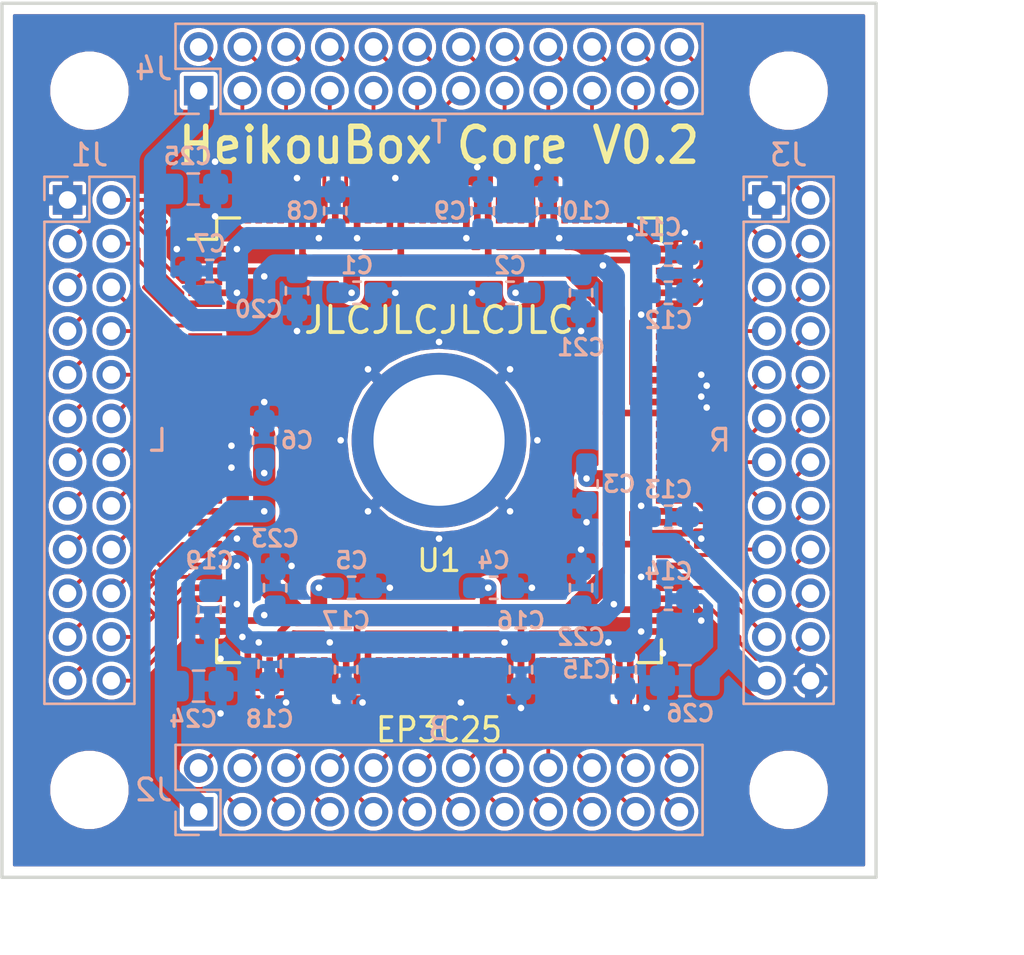
<source format=kicad_pcb>
(kicad_pcb (version 20171130) (host pcbnew "(5.1.6)-1")
  (layers (0 F.Cu signal) (31 B.Cu signal) (34 B.Paste user hide) (35 F.Paste user hide) (36 B.SilkS user) (37 F.SilkS user) (38 B.Mask user) (39 F.Mask user) (44 Edge.Cuts user))
  (net 0 "")
  (net 1 /V12)
  (net 2 /GND)
  (net 3 /V25)
  (net 4 /A3)
  (net 5 /A2)
  (net 6 /A1)
  (net 7 /A0)
  (net 8 /NSTATUS)
  (net 9 /SIGMA0)
  (net 10 /SIGMA1)
  (net 11 /MDB5)
  (net 12 /MDB4)
  (net 13 /NCONFIG)
  (net 14 /TDI)
  (net 15 /TCK)
  (net 16 /V33)
  (net 17 /TMS)
  (net 18 /TDO)
  (net 19 /MDB3)
  (net 20 /MDB2)
  (net 21 /MDB1)
  (net 22 /MDB0)
  (net 23 /A10)
  (net 24 /BA1)
  (net 25 /BA0)
  (net 26 /RAS)
  (net 27 /NHSYNC)
  (net 28 /NVSYNC)
  (net 29 /BLU4)
  (net 30 /VID15)
  (net 31 /BLU3)
  (net 32 /VID14)
  (net 33 /BLU0)
  (net 34 /BLU2)
  (net 35 /BLU1)
  (net 36 /VID13)
  (net 37 /VID12)
  (net 38 /VID11)
  (net 39 /CLK14)
  (net 40 /VID10)
  (net 41 /GRN5)
  (net 42 /VID9)
  (net 43 /GRN4)
  (net 44 /GRN3)
  (net 45 /VID8)
  (net 46 /GRN2)
  (net 47 /VID7)
  (net 48 /GRN1)
  (net 49 /VID6)
  (net 50 /GRN0)
  (net 51 /VID5)
  (net 52 /RED4)
  (net 53 /VID4)
  (net 54 /RED3)
  (net 55 /RED2)
  (net 56 /RED1)
  (net 57 /RED0)
  (net 58 /D8)
  (net 59 /VID3)
  (net 60 /VID2)
  (net 61 /VID1)
  (net 62 /VID0)
  (net 63 /UDQM)
  (net 64 /CLK)
  (net 65 /A11)
  (net 66 /D11)
  (net 67 /A8)
  (net 68 /D10)
  (net 69 /A9)
  (net 70 /D9)
  (net 71 /A7)
  (net 72 /D12)
  (net 73 /A6)
  (net 74 /D13)
  (net 75 /A5)
  (net 76 /D14)
  (net 77 /A4)
  (net 78 /D15)
  (net 79 /D0)
  (net 80 /D1)
  (net 81 /CLK28)
  (net 82 /MDB6)
  (net 83 /MDB7)
  (net 84 /D2)
  (net 85 /D3)
  (net 86 /D4)
  (net 87 /D5)
  (net 88 /D6)
  (net 89 /D7)
  (net 90 /LDQM)
  (net 91 /WE)
  (net 92 /CAS)
  (net 93 /DCLK)
  (net 94 /CFGDONE)
  (module KSK_HeikouBox:EQFP-144-HANDSOLDER (layer F.Cu) (at 37 37)
    (fp_text reference U1 (at 0 5.5) (layer F.SilkS))
    (fp_text value EP3C25E144)
    (pad 1 smd rect (at -10.7 -8.75) (size 1.55 0.3) (layers F.Cu F.Mask) (net 1 /V12))
    (pad 2 smd rect (at -10.7 -8.25) (size 1.55 0.3) (layers F.Cu F.Mask) (net 2 /GND))
    (pad 3 smd rect (at -10.7 -7.75) (size 1.55 0.3) (layers F.Cu F.Mask) (net 3 /V25))
    (pad 4 smd rect (at -10.7 -7.25) (size 1.55 0.3) (layers F.Cu F.Mask) (net 4 /A3))
    (pad 5 smd rect (at -10.7 -6.75) (size 1.55 0.3) (layers F.Cu F.Mask) (net 1 /V12))
    (pad 6 smd rect (at -10.7 -6.25) (size 1.55 0.3) (layers F.Cu F.Mask) (net 5 /A2))
    (pad 7 smd rect (at -10.7 -5.75) (size 1.55 0.3) (layers F.Cu F.Mask) (net 6 /A1))
    (pad 8 smd rect (at -10.7 -5.25) (size 1.55 0.3) (layers F.Cu F.Mask) (net 7 /A0))
    (pad 9 smd rect (at -10.7 -4.75) (size 1.55 0.3) (layers F.Cu F.Mask) (net 8 /NSTATUS))
    (pad 10 smd rect (at -10.7 -4.25) (size 1.55 0.3) (layers F.Cu F.Mask) (net 9 /SIGMA0))
    (pad 11 smd rect (at -10.7 -3.75) (size 1.55 0.3) (layers F.Cu F.Mask) (net 10 /SIGMA1))
    (pad 12 smd rect (at -10.7 -3.25) (size 1.55 0.3) (layers F.Cu F.Mask) (net 93 /DCLK))
    (pad 13 smd rect (at -10.7 -2.75) (size 1.55 0.3) (layers F.Cu F.Mask) (net 12 /MDB4))
    (pad 14 smd rect (at -10.7 -2.25) (size 1.55 0.3) (layers F.Cu F.Mask) (net 13 /NCONFIG))
    (pad 15 smd rect (at -10.7 -1.75) (size 1.55 0.3) (layers F.Cu F.Mask) (net 14 /TDI))
    (pad 16 smd rect (at -10.7 -1.25) (size 1.55 0.3) (layers F.Cu F.Mask) (net 15 /TCK))
    (pad 17 smd rect (at -10.7 -0.75) (size 1.55 0.3) (layers F.Cu F.Mask) (net 16 /V33))
    (pad 18 smd rect (at -10.7 -0.25) (size 1.55 0.3) (layers F.Cu F.Mask) (net 17 /TMS))
    (pad 19 smd rect (at -10.7 0.25) (size 1.55 0.3) (layers F.Cu F.Mask) (net 2 /GND))
    (pad 20 smd rect (at -10.7 0.75) (size 1.55 0.3) (layers F.Cu F.Mask) (net 18 /TDO))
    (pad 21 smd rect (at -10.7 1.25) (size 1.55 0.3) (layers F.Cu F.Mask) (net 2 /GND))
    (pad 22 smd rect (at -10.7 1.75) (size 1.55 0.3) (layers F.Cu F.Mask) (net 19 /MDB3))
    (pad 23 smd rect (at -10.7 2.25) (size 1.55 0.3) (layers F.Cu F.Mask) (net 20 /MDB2))
    (pad 24 smd rect (at -10.7 2.75) (size 1.55 0.3) (layers F.Cu F.Mask) (net 21 /MDB1))
    (pad 25 smd rect (at -10.7 3.25) (size 1.55 0.3) (layers F.Cu F.Mask) (net 22 /MDB0))
    (pad 26 smd rect (at -10.7 3.75) (size 1.55 0.3) (layers F.Cu F.Mask) (net 16 /V33))
    (pad 27 smd rect (at -10.7 4.25) (size 1.55 0.3) (layers F.Cu F.Mask) (net 2 /GND))
    (pad 28 smd rect (at -10.7 4.75) (size 1.55 0.3) (layers F.Cu F.Mask) (net 23 /A10))
    (pad 29 smd rect (at -10.7 5.25) (size 1.55 0.3) (layers F.Cu F.Mask) (net 1 /V12))
    (pad 30 smd rect (at -10.7 5.75) (size 1.55 0.3) (layers F.Cu F.Mask) (net 24 /BA1))
    (pad 31 smd rect (at -10.7 6.25) (size 1.55 0.3) (layers F.Cu F.Mask) (net 25 /BA0))
    (pad 32 smd rect (at -10.7 6.75) (size 1.55 0.3) (layers F.Cu F.Mask) (net 26 /RAS))
    (pad 33 smd rect (at -10.7 7.25) (size 1.55 0.3) (layers F.Cu F.Mask) (net 27 /NHSYNC))
    (pad 34 smd rect (at -10.7 7.75) (size 1.55 0.3) (layers F.Cu F.Mask) (net 1 /V12))
    (pad 35 smd rect (at -10.7 8.25) (size 1.55 0.3) (layers F.Cu F.Mask) (net 3 /V25))
    (pad 36 smd rect (at -10.7 8.75) (size 1.55 0.3) (layers F.Cu F.Mask) (net 2 /GND))
    (pad 37 smd rect (at -8.75 10.7 90) (size 1.55 0.3) (layers F.Cu F.Mask) (net 1 /V12))
    (pad 38 smd rect (at -8.25 10.7 90) (size 1.55 0.3) (layers F.Cu F.Mask) (net 1 /V12))
    (pad 39 smd rect (at -7.75 10.7 90) (size 1.55 0.3) (layers F.Cu F.Mask) (net 28 /NVSYNC))
    (pad 40 smd rect (at -7.25 10.7 90) (size 1.55 0.3) (layers F.Cu F.Mask) (net 16 /V33))
    (pad 41 smd rect (at -6.75 10.7 90) (size 1.55 0.3) (layers F.Cu F.Mask) (net 2 /GND))
    (pad 42 smd rect (at -6.25 10.7 90) (size 1.55 0.3) (layers F.Cu F.Mask) (net 29 /BLU4))
    (pad 43 smd rect (at -5.75 10.7 90) (size 1.55 0.3) (layers F.Cu F.Mask) (net 30 /VID15))
    (pad 44 smd rect (at -5.25 10.7 90) (size 1.55 0.3) (layers F.Cu F.Mask) (net 31 /BLU3))
    (pad 45 smd rect (at -4.75 10.7 90) (size 1.55 0.3) (layers F.Cu F.Mask) (net 1 /V12))
    (pad 46 smd rect (at -4.25 10.7 90) (size 1.55 0.3) (layers F.Cu F.Mask) (net 32 /VID14))
    (pad 47 smd rect (at -3.75 10.7 90) (size 1.55 0.3) (layers F.Cu F.Mask) (net 16 /V33))
    (pad 48 smd rect (at -3.25 10.7 90) (size 1.55 0.3) (layers F.Cu F.Mask) (net 2 /GND))
    (pad 49 smd rect (at -2.75 10.7 90) (size 1.55 0.3) (layers F.Cu F.Mask) (net 33 /BLU0))
    (pad 50 smd rect (at -2.25 10.7 90) (size 1.55 0.3) (layers F.Cu F.Mask) (net 34 /BLU2))
    (pad 51 smd rect (at -1.75 10.7 90) (size 1.55 0.3) (layers F.Cu F.Mask) (net 35 /BLU1))
    (pad 52 smd rect (at -1.25 10.7 90) (size 1.55 0.3) (layers F.Cu F.Mask) (net 36 /VID13))
    (pad 53 smd rect (at -0.75 10.7 90) (size 1.55 0.3) (layers F.Cu F.Mask) (net 37 /VID12))
    (pad 54 smd rect (at -0.25 10.7 90) (size 1.55 0.3) (layers F.Cu F.Mask) (net 38 /VID11))
    (pad 55 smd rect (at 0.25 10.7 90) (size 1.55 0.3) (layers F.Cu F.Mask) (net 39 /CLK14))
    (pad 56 smd rect (at 0.75 10.7 90) (size 1.55 0.3) (layers F.Cu F.Mask) (net 16 /V33))
    (pad 57 smd rect (at 1.25 10.7 90) (size 1.55 0.3) (layers F.Cu F.Mask) (net 2 /GND))
    (pad 58 smd rect (at 1.75 10.7 90) (size 1.55 0.3) (layers F.Cu F.Mask) (net 40 /VID10))
    (pad 59 smd rect (at 2.25 10.7 90) (size 1.55 0.3) (layers F.Cu F.Mask) (net 41 /GRN5))
    (pad 60 smd rect (at 2.75 10.7 90) (size 1.55 0.3) (layers F.Cu F.Mask) (net 42 /VID9))
    (pad 61 smd rect (at 3.25 10.7 90) (size 1.55 0.3) (layers F.Cu F.Mask) (net 1 /V12))
    (pad 62 smd rect (at 3.75 10.7 90) (size 1.55 0.3) (layers F.Cu F.Mask) (net 16 /V33))
    (pad 63 smd rect (at 4.25 10.7 90) (size 1.55 0.3) (layers F.Cu F.Mask) (net 2 /GND))
    (pad 64 smd rect (at 4.75 10.7 90) (size 1.55 0.3) (layers F.Cu F.Mask) (net 43 /GRN4))
    (pad 65 smd rect (at 5.25 10.7 90) (size 1.55 0.3) (layers F.Cu F.Mask) (net 44 /GRN3))
    (pad 66 smd rect (at 5.75 10.7 90) (size 1.55 0.3) (layers F.Cu F.Mask) (net 45 /VID8))
    (pad 67 smd rect (at 6.25 10.7 90) (size 1.55 0.3) (layers F.Cu F.Mask) (net 46 /GRN2))
    (pad 68 smd rect (at 6.75 10.7 90) (size 1.55 0.3) (layers F.Cu F.Mask) (net 47 /VID7))
    (pad 69 smd rect (at 7.25 10.7 90) (size 1.55 0.3) (layers F.Cu F.Mask) (net 48 /GRN1))
    (pad 70 smd rect (at 7.75 10.7 90) (size 1.55 0.3) (layers F.Cu F.Mask) (net 1 /V12))
    (pad 71 smd rect (at 8.25 10.7 90) (size 1.55 0.3) (layers F.Cu F.Mask) (net 49 /VID6))
    (pad 72 smd rect (at 8.75 10.7 90) (size 1.55 0.3) (layers F.Cu F.Mask) (net 50 /GRN0))
    (pad 73 smd rect (at 10.7 8.75) (size 1.55 0.3) (layers F.Cu F.Mask) (net 1 /V12))
    (pad 74 smd rect (at 10.7 8.25) (size 1.55 0.3) (layers F.Cu F.Mask) (net 2 /GND))
    (pad 75 smd rect (at 10.7 7.75) (size 1.55 0.3) (layers F.Cu F.Mask) (net 3 /V25))
    (pad 76 smd rect (at 10.7 7.25) (size 1.55 0.3) (layers F.Cu F.Mask) (net 51 /VID5))
    (pad 77 smd rect (at 10.7 6.75) (size 1.55 0.3) (layers F.Cu F.Mask) (net 52 /RED4))
    (pad 78 smd rect (at 10.7 6.25) (size 1.55 0.3) (layers F.Cu F.Mask) (net 1 /V12))
    (pad 79 smd rect (at 10.7 5.75) (size 1.55 0.3) (layers F.Cu F.Mask) (net 53 /VID4))
    (pad 80 smd rect (at 10.7 5.25) (size 1.55 0.3) (layers F.Cu F.Mask) (net 54 /RED3))
    (pad 81 smd rect (at 10.7 4.75) (size 1.55 0.3) (layers F.Cu F.Mask) (net 16 /V33))
    (pad 82 smd rect (at 10.7 4.25) (size 1.55 0.3) (layers F.Cu F.Mask) (net 2 /GND))
    (pad 83 smd rect (at 10.7 3.75) (size 1.55 0.3) (layers F.Cu F.Mask) (net 55 /RED2))
    (pad 84 smd rect (at 10.7 3.25) (size 1.55 0.3) (layers F.Cu F.Mask) (net 1 /V12))
    (pad 85 smd rect (at 10.7 2.75) (size 1.55 0.3) (layers F.Cu F.Mask) (net 56 /RED1))
    (pad 86 smd rect (at 10.7 2.25) (size 1.55 0.3) (layers F.Cu F.Mask) (net 57 /RED0))
    (pad 87 smd rect (at 10.7 1.75) (size 1.55 0.3) (layers F.Cu F.Mask) (net 58 /D8))
    (pad 88 smd rect (at 10.7 1.25) (size 1.55 0.3) (layers F.Cu F.Mask) (net 59 /VID3))
    (pad 89 smd rect (at 10.7 0.75) (size 1.55 0.3) (layers F.Cu F.Mask) (net 60 /VID2))
    (pad 90 smd rect (at 10.7 0.25) (size 1.55 0.3) (layers F.Cu F.Mask) (net 61 /VID1))
    (pad 91 smd rect (at 10.7 -0.25) (size 1.55 0.3) (layers F.Cu F.Mask) (net 62 /VID0))
    (pad 92 smd rect (at 10.7 -0.75) (size 1.55 0.3) (layers F.Cu F.Mask) (net 94 /CFGDONE))
    (pad 93 smd rect (at 10.7 -1.25) (size 1.55 0.3) (layers F.Cu F.Mask) (net 16 /V33))
    (pad 94 smd rect (at 10.7 -1.75) (size 1.55 0.3) (layers F.Cu F.Mask) (net 2 /GND))
    (pad 95 smd rect (at 10.7 -2.25) (size 1.55 0.3) (layers F.Cu F.Mask) (net 2 /GND))
    (pad 96 smd rect (at 10.7 -2.75) (size 1.55 0.3) (layers F.Cu F.Mask) (net 2 /GND))
    (pad 97 smd rect (at 10.7 -3.25) (size 1.55 0.3) (layers F.Cu F.Mask) (net 2 /GND))
    (pad 98 smd rect (at 10.7 -3.75) (size 1.55 0.3) (layers F.Cu F.Mask) (net 63 /UDQM))
    (pad 99 smd rect (at 10.7 -4.25) (size 1.55 0.3) (layers F.Cu F.Mask) (net 64 /CLK))
    (pad 100 smd rect (at 10.7 -4.75) (size 1.55 0.3) (layers F.Cu F.Mask) (net 65 /A11))
    (pad 101 smd rect (at 10.7 -5.25) (size 1.55 0.3) (layers F.Cu F.Mask) (net 66 /D11))
    (pad 102 smd rect (at 10.7 -5.75) (size 1.55 0.3) (layers F.Cu F.Mask) (net 1 /V12))
    (pad 103 smd rect (at 10.7 -6.25) (size 1.55 0.3) (layers F.Cu F.Mask) (net 67 /A8))
    (pad 104 smd rect (at 10.7 -6.75) (size 1.55 0.3) (layers F.Cu F.Mask) (net 68 /D10))
    (pad 105 smd rect (at 10.7 -7.25) (size 1.55 0.3) (layers F.Cu F.Mask) (net 69 /A9))
    (pad 106 smd rect (at 10.7 -7.75) (size 1.55 0.3) (layers F.Cu F.Mask) (net 70 /D9))
    (pad 107 smd rect (at 10.7 -8.25) (size 1.55 0.3) (layers F.Cu F.Mask) (net 3 /V25))
    (pad 108 smd rect (at 10.7 -8.75) (size 1.55 0.3) (layers F.Cu F.Mask) (net 2 /GND))
    (pad 109 smd rect (at 8.75 -10.7 90) (size 1.55 0.3) (layers F.Cu F.Mask) (net 1 /V12))
    (pad 110 smd rect (at 8.25 -10.7 90) (size 1.55 0.3) (layers F.Cu F.Mask) (net 71 /A7))
    (pad 111 smd rect (at 7.75 -10.7 90) (size 1.55 0.3) (layers F.Cu F.Mask) (net 72 /D12))
    (pad 112 smd rect (at 7.25 -10.7 90) (size 1.55 0.3) (layers F.Cu F.Mask) (net 73 /A6))
    (pad 113 smd rect (at 6.75 -10.7 90) (size 1.55 0.3) (layers F.Cu F.Mask) (net 74 /D13))
    (pad 114 smd rect (at 6.25 -10.7 90) (size 1.55 0.3) (layers F.Cu F.Mask) (net 75 /A5))
    (pad 115 smd rect (at 5.75 -10.7 90) (size 1.55 0.3) (layers F.Cu F.Mask) (net 76 /D14))
    (pad 116 smd rect (at 5.25 -10.7 90) (size 1.55 0.3) (layers F.Cu F.Mask) (net 1 /V12))
    (pad 117 smd rect (at 4.75 -10.7 90) (size 1.55 0.3) (layers F.Cu F.Mask) (net 16 /V33))
    (pad 118 smd rect (at 4.25 -10.7 90) (size 1.55 0.3) (layers F.Cu F.Mask) (net 2 /GND))
    (pad 119 smd rect (at 3.75 -10.7 90) (size 1.55 0.3) (layers F.Cu F.Mask) (net 77 /A4))
    (pad 120 smd rect (at 3.25 -10.7 90) (size 1.55 0.3) (layers F.Cu F.Mask) (net 78 /D15))
    (pad 121 smd rect (at 2.75 -10.7 90) (size 1.55 0.3) (layers F.Cu F.Mask) (net 79 /D0))
    (pad 122 smd rect (at 2.25 -10.7 90) (size 1.55 0.3) (layers F.Cu F.Mask) (net 16 /V33))
    (pad 123 smd rect (at 1.75 -10.7 90) (size 1.55 0.3) (layers F.Cu F.Mask) (net 2 /GND))
    (pad 124 smd rect (at 1.25 -10.7 90) (size 1.55 0.3) (layers F.Cu F.Mask) (net 1 /V12))
    (pad 125 smd rect (at 0.75 -10.7 90) (size 1.55 0.3) (layers F.Cu F.Mask) (net 80 /D1))
    (pad 126 smd rect (at 0.25 -10.7 90) (size 1.55 0.3) (layers F.Cu F.Mask) (net 81 /CLK28))
    (pad 127 smd rect (at -0.25 -10.7 90) (size 1.55 0.3) (layers F.Cu F.Mask) (net 11 /MDB5))
    (pad 128 smd rect (at -0.75 -10.7 90) (size 1.55 0.3) (layers F.Cu F.Mask) (net 82 /MDB6))
    (pad 129 smd rect (at -1.25 -10.7 90) (size 1.55 0.3) (layers F.Cu F.Mask) (net 83 /MDB7))
    (pad 130 smd rect (at -1.75 -10.7 90) (size 1.55 0.3) (layers F.Cu F.Mask) (net 16 /V33))
    (pad 131 smd rect (at -2.25 -10.7 90) (size 1.55 0.3) (layers F.Cu F.Mask) (net 2 /GND))
    (pad 132 smd rect (at -2.75 -10.7 90) (size 1.55 0.3) (layers F.Cu F.Mask) (net 84 /D2))
    (pad 133 smd rect (at -3.25 -10.7 90) (size 1.55 0.3) (layers F.Cu F.Mask) (net 85 /D3))
    (pad 134 smd rect (at -3.75 -10.7 90) (size 1.55 0.3) (layers F.Cu F.Mask) (net 1 /V12))
    (pad 135 smd rect (at -4.25 -10.7 90) (size 1.55 0.3) (layers F.Cu F.Mask) (net 86 /D4))
    (pad 136 smd rect (at -4.75 -10.7 90) (size 1.55 0.3) (layers F.Cu F.Mask) (net 87 /D5))
    (pad 137 smd rect (at -5.25 -10.7 90) (size 1.55 0.3) (layers F.Cu F.Mask) (net 88 /D6))
    (pad 138 smd rect (at -5.75 -10.7 90) (size 1.55 0.3) (layers F.Cu F.Mask) (net 1 /V12))
    (pad 139 smd rect (at -6.25 -10.7 90) (size 1.55 0.3) (layers F.Cu F.Mask) (net 16 /V33))
    (pad 140 smd rect (at -6.75 -10.7 90) (size 1.55 0.3) (layers F.Cu F.Mask) (net 2 /GND))
    (pad 141 smd rect (at -7.25 -10.7 90) (size 1.55 0.3) (layers F.Cu F.Mask) (net 89 /D7))
    (pad 142 smd rect (at -7.75 -10.7 90) (size 1.55 0.3) (layers F.Cu F.Mask) (net 90 /LDQM))
    (pad 143 smd rect (at -8.25 -10.7 90) (size 1.55 0.3) (layers F.Cu F.Mask) (net 91 /WE))
    (pad 144 smd rect (at -8.75 -10.7 90) (size 1.55 0.3) (layers F.Cu F.Mask) (net 92 /CAS))
    (pad 145 thru_hole circle (at 0 0) (size 8 8) (drill 6) (layers *.Cu) (net 2 /GND))
  )
  (module KSK_HeikouBox:PinHeader_2x12_P2.00mm_Vertical-MIRRORED (layer B.Cu) (at 22 26 180)
    (fp_text reference J1 (at 1 2.06) (layer B.SilkS) (effects (justify mirror)))
    (fp_text value L (at -2.15 -11) (layer B.SilkS) (effects (justify mirror)))
    (pad 1 thru_hole rect (at 2 0 180) (size 1.35 1.35) (drill 0.8) (layers *.Cu *.Mask) (net 2 /GND))
    (pad 2 thru_hole oval (at 0 0 180) (size 1.35 1.35) (drill 0.8) (layers *.Cu *.Mask) (net 4 /A3))
    (pad 3 thru_hole oval (at 2 -2 180) (size 1.35 1.35) (drill 0.8) (layers *.Cu *.Mask) (net 5 /A2))
    (pad 4 thru_hole oval (at 0 -2 180) (size 1.35 1.35) (drill 0.8) (layers *.Cu *.Mask) (net 6 /A1))
    (pad 5 thru_hole oval (at 2 -4 180) (size 1.35 1.35) (drill 0.8) (layers *.Cu *.Mask) (net 7 /A0))
    (pad 6 thru_hole oval (at 0 -4 180) (size 1.35 1.35) (drill 0.8) (layers *.Cu *.Mask) (net 8 /NSTATUS))
    (pad 7 thru_hole oval (at 2 -6 180) (size 1.35 1.35) (drill 0.8) (layers *.Cu *.Mask) (net 9 /SIGMA0))
    (pad 8 thru_hole oval (at 0 -6 180) (size 1.35 1.35) (drill 0.8) (layers *.Cu *.Mask) (net 10 /SIGMA1))
    (pad 9 thru_hole oval (at 2 -8 180) (size 1.35 1.35) (drill 0.8) (layers *.Cu *.Mask) (net 93 /DCLK))
    (pad 10 thru_hole oval (at 0 -8 180) (size 1.35 1.35) (drill 0.8) (layers *.Cu *.Mask) (net 12 /MDB4))
    (pad 11 thru_hole oval (at 2 -10 180) (size 1.35 1.35) (drill 0.8) (layers *.Cu *.Mask) (net 13 /NCONFIG))
    (pad 12 thru_hole oval (at 0 -10 180) (size 1.35 1.35) (drill 0.8) (layers *.Cu *.Mask) (net 14 /TDI))
    (pad 13 thru_hole oval (at 2 -12 180) (size 1.35 1.35) (drill 0.8) (layers *.Cu *.Mask) (net 15 /TCK))
    (pad 14 thru_hole oval (at 0 -12 180) (size 1.35 1.35) (drill 0.8) (layers *.Cu *.Mask) (net 17 /TMS))
    (pad 15 thru_hole oval (at 2 -14 180) (size 1.35 1.35) (drill 0.8) (layers *.Cu *.Mask) (net 18 /TDO))
    (pad 16 thru_hole oval (at 0 -14 180) (size 1.35 1.35) (drill 0.8) (layers *.Cu *.Mask) (net 19 /MDB3))
    (pad 17 thru_hole oval (at 2 -16 180) (size 1.35 1.35) (drill 0.8) (layers *.Cu *.Mask) (net 20 /MDB2))
    (pad 18 thru_hole oval (at 0 -16 180) (size 1.35 1.35) (drill 0.8) (layers *.Cu *.Mask) (net 21 /MDB1))
    (pad 19 thru_hole oval (at 2 -18 180) (size 1.35 1.35) (drill 0.8) (layers *.Cu *.Mask) (net 22 /MDB0))
    (pad 20 thru_hole oval (at 0 -18 180) (size 1.35 1.35) (drill 0.8) (layers *.Cu *.Mask) (net 23 /A10))
    (pad 21 thru_hole oval (at 2 -20 180) (size 1.35 1.35) (drill 0.8) (layers *.Cu *.Mask) (net 24 /BA1))
    (pad 22 thru_hole oval (at 0 -20 180) (size 1.35 1.35) (drill 0.8) (layers *.Cu *.Mask) (net 25 /BA0))
    (pad 23 thru_hole oval (at 2 -22 180) (size 1.35 1.35) (drill 0.8) (layers *.Cu *.Mask) (net 26 /RAS))
    (pad 24 thru_hole oval (at 0 -22 180) (size 1.35 1.35) (drill 0.8) (layers *.Cu *.Mask) (net 27 /NHSYNC))
  )
  (module KSK_HeikouBox:PinHeader_2x12_P2.00mm_Vertical-MIRRORED (layer B.Cu) (at 26 52 270)
    (fp_text reference J2 (at 1 2.06 180) (layer B.SilkS) (effects (justify mirror)))
    (fp_text value B (at -1.8 -11 180) (layer B.SilkS) (effects (justify mirror)))
    (pad 1 thru_hole rect (at 2 0 270) (size 1.35 1.35) (drill 0.8) (layers *.Cu *.Mask) (net 16 /V33))
    (pad 2 thru_hole oval (at 0 0 270) (size 1.35 1.35) (drill 0.8) (layers *.Cu *.Mask) (net 28 /NVSYNC))
    (pad 3 thru_hole oval (at 2 -2 270) (size 1.35 1.35) (drill 0.8) (layers *.Cu *.Mask) (net 29 /BLU4))
    (pad 4 thru_hole oval (at 0 -2 270) (size 1.35 1.35) (drill 0.8) (layers *.Cu *.Mask) (net 30 /VID15))
    (pad 5 thru_hole oval (at 2 -4 270) (size 1.35 1.35) (drill 0.8) (layers *.Cu *.Mask) (net 31 /BLU3))
    (pad 6 thru_hole oval (at 0 -4 270) (size 1.35 1.35) (drill 0.8) (layers *.Cu *.Mask) (net 32 /VID14))
    (pad 7 thru_hole oval (at 2 -6 270) (size 1.35 1.35) (drill 0.8) (layers *.Cu *.Mask) (net 33 /BLU0))
    (pad 8 thru_hole oval (at 0 -6 270) (size 1.35 1.35) (drill 0.8) (layers *.Cu *.Mask) (net 34 /BLU2))
    (pad 9 thru_hole oval (at 2 -8 270) (size 1.35 1.35) (drill 0.8) (layers *.Cu *.Mask) (net 35 /BLU1))
    (pad 10 thru_hole oval (at 0 -8 270) (size 1.35 1.35) (drill 0.8) (layers *.Cu *.Mask) (net 36 /VID13))
    (pad 11 thru_hole oval (at 2 -10 270) (size 1.35 1.35) (drill 0.8) (layers *.Cu *.Mask) (net 37 /VID12))
    (pad 12 thru_hole oval (at 0 -10 270) (size 1.35 1.35) (drill 0.8) (layers *.Cu *.Mask) (net 38 /VID11))
    (pad 13 thru_hole oval (at 2 -12 270) (size 1.35 1.35) (drill 0.8) (layers *.Cu *.Mask) (net 39 /CLK14))
    (pad 14 thru_hole oval (at 0 -12 270) (size 1.35 1.35) (drill 0.8) (layers *.Cu *.Mask) (net 40 /VID10))
    (pad 15 thru_hole oval (at 2 -14 270) (size 1.35 1.35) (drill 0.8) (layers *.Cu *.Mask) (net 41 /GRN5))
    (pad 16 thru_hole oval (at 0 -14 270) (size 1.35 1.35) (drill 0.8) (layers *.Cu *.Mask) (net 42 /VID9))
    (pad 17 thru_hole oval (at 2 -16 270) (size 1.35 1.35) (drill 0.8) (layers *.Cu *.Mask) (net 43 /GRN4))
    (pad 18 thru_hole oval (at 0 -16 270) (size 1.35 1.35) (drill 0.8) (layers *.Cu *.Mask) (net 44 /GRN3))
    (pad 19 thru_hole oval (at 2 -18 270) (size 1.35 1.35) (drill 0.8) (layers *.Cu *.Mask) (net 45 /VID8))
    (pad 20 thru_hole oval (at 0 -18 270) (size 1.35 1.35) (drill 0.8) (layers *.Cu *.Mask) (net 46 /GRN2))
    (pad 21 thru_hole oval (at 2 -20 270) (size 1.35 1.35) (drill 0.8) (layers *.Cu *.Mask) (net 47 /VID7))
    (pad 22 thru_hole oval (at 0 -20 270) (size 1.35 1.35) (drill 0.8) (layers *.Cu *.Mask) (net 48 /GRN1))
    (pad 23 thru_hole oval (at 2 -22 270) (size 1.35 1.35) (drill 0.8) (layers *.Cu *.Mask) (net 49 /VID6))
    (pad 24 thru_hole oval (at 0 -22 270) (size 1.35 1.35) (drill 0.8) (layers *.Cu *.Mask) (net 50 /GRN0))
  )
  (module KSK_HeikouBox:PinHeader_2x12_P2.00mm_Vertical-MIRRORED (layer B.Cu) (at 54 26 180)
    (fp_text reference J3 (at 1 2.06) (layer B.SilkS) (effects (justify mirror)))
    (fp_text value R (at 4.15 -11) (layer B.SilkS) (effects (justify mirror)))
    (pad 1 thru_hole rect (at 2 0 180) (size 1.35 1.35) (drill 0.8) (layers *.Cu *.Mask) (net 2 /GND))
    (pad 2 thru_hole oval (at 0 0 180) (size 1.35 1.35) (drill 0.8) (layers *.Cu *.Mask) (net 70 /D9))
    (pad 3 thru_hole oval (at 2 -2 180) (size 1.35 1.35) (drill 0.8) (layers *.Cu *.Mask) (net 69 /A9))
    (pad 4 thru_hole oval (at 0 -2 180) (size 1.35 1.35) (drill 0.8) (layers *.Cu *.Mask) (net 68 /D10))
    (pad 5 thru_hole oval (at 2 -4 180) (size 1.35 1.35) (drill 0.8) (layers *.Cu *.Mask) (net 67 /A8))
    (pad 6 thru_hole oval (at 0 -4 180) (size 1.35 1.35) (drill 0.8) (layers *.Cu *.Mask) (net 66 /D11))
    (pad 7 thru_hole oval (at 2 -6 180) (size 1.35 1.35) (drill 0.8) (layers *.Cu *.Mask) (net 65 /A11))
    (pad 8 thru_hole oval (at 0 -6 180) (size 1.35 1.35) (drill 0.8) (layers *.Cu *.Mask) (net 64 /CLK))
    (pad 9 thru_hole oval (at 2 -8 180) (size 1.35 1.35) (drill 0.8) (layers *.Cu *.Mask) (net 63 /UDQM))
    (pad 10 thru_hole oval (at 0 -8 180) (size 1.35 1.35) (drill 0.8) (layers *.Cu *.Mask) (net 94 /CFGDONE))
    (pad 11 thru_hole oval (at 2 -10 180) (size 1.35 1.35) (drill 0.8) (layers *.Cu *.Mask) (net 62 /VID0))
    (pad 12 thru_hole oval (at 0 -10 180) (size 1.35 1.35) (drill 0.8) (layers *.Cu *.Mask) (net 61 /VID1))
    (pad 13 thru_hole oval (at 2 -12 180) (size 1.35 1.35) (drill 0.8) (layers *.Cu *.Mask) (net 60 /VID2))
    (pad 14 thru_hole oval (at 0 -12 180) (size 1.35 1.35) (drill 0.8) (layers *.Cu *.Mask) (net 59 /VID3))
    (pad 15 thru_hole oval (at 2 -14 180) (size 1.35 1.35) (drill 0.8) (layers *.Cu *.Mask) (net 58 /D8))
    (pad 16 thru_hole oval (at 0 -14 180) (size 1.35 1.35) (drill 0.8) (layers *.Cu *.Mask) (net 57 /RED0))
    (pad 17 thru_hole oval (at 2 -16 180) (size 1.35 1.35) (drill 0.8) (layers *.Cu *.Mask) (net 56 /RED1))
    (pad 18 thru_hole oval (at 0 -16 180) (size 1.35 1.35) (drill 0.8) (layers *.Cu *.Mask) (net 55 /RED2))
    (pad 19 thru_hole oval (at 2 -18 180) (size 1.35 1.35) (drill 0.8) (layers *.Cu *.Mask) (net 54 /RED3))
    (pad 20 thru_hole oval (at 0 -18 180) (size 1.35 1.35) (drill 0.8) (layers *.Cu *.Mask) (net 53 /VID4))
    (pad 21 thru_hole oval (at 2 -20 180) (size 1.35 1.35) (drill 0.8) (layers *.Cu *.Mask) (net 52 /RED4))
    (pad 22 thru_hole oval (at 0 -20 180) (size 1.35 1.35) (drill 0.8) (layers *.Cu *.Mask) (net 51 /VID5))
    (pad 23 thru_hole oval (at 2 -22 180) (size 1.35 1.35) (drill 0.8) (layers *.Cu *.Mask) (net 1 /V12))
    (pad 24 thru_hole oval (at 0 -22 180) (size 1.35 1.35) (drill 0.8) (layers *.Cu *.Mask) (net 2 /GND))
  )
  (module KSK_HeikouBox:PinHeader_2x12_P2.00mm_Vertical-MIRRORED (layer B.Cu) (at 26 19 270)
    (fp_text reference J4 (at 1 2.06 180) (layer B.SilkS) (effects (justify mirror)))
    (fp_text value T (at 3.9 -11) (layer B.SilkS) (effects (justify mirror)))
    (pad 1 thru_hole rect (at 2 0 270) (size 1.35 1.35) (drill 0.8) (layers *.Cu *.Mask) (net 3 /V25))
    (pad 2 thru_hole oval (at 0 0 270) (size 1.35 1.35) (drill 0.8) (layers *.Cu *.Mask) (net 92 /CAS))
    (pad 3 thru_hole oval (at 2 -2 270) (size 1.35 1.35) (drill 0.8) (layers *.Cu *.Mask) (net 91 /WE))
    (pad 4 thru_hole oval (at 0 -2 270) (size 1.35 1.35) (drill 0.8) (layers *.Cu *.Mask) (net 90 /LDQM))
    (pad 5 thru_hole oval (at 2 -4 270) (size 1.35 1.35) (drill 0.8) (layers *.Cu *.Mask) (net 89 /D7))
    (pad 6 thru_hole oval (at 0 -4 270) (size 1.35 1.35) (drill 0.8) (layers *.Cu *.Mask) (net 88 /D6))
    (pad 7 thru_hole oval (at 2 -6 270) (size 1.35 1.35) (drill 0.8) (layers *.Cu *.Mask) (net 87 /D5))
    (pad 8 thru_hole oval (at 0 -6 270) (size 1.35 1.35) (drill 0.8) (layers *.Cu *.Mask) (net 86 /D4))
    (pad 9 thru_hole oval (at 2 -8 270) (size 1.35 1.35) (drill 0.8) (layers *.Cu *.Mask) (net 85 /D3))
    (pad 10 thru_hole oval (at 0 -8 270) (size 1.35 1.35) (drill 0.8) (layers *.Cu *.Mask) (net 84 /D2))
    (pad 11 thru_hole oval (at 2 -10 270) (size 1.35 1.35) (drill 0.8) (layers *.Cu *.Mask) (net 83 /MDB7))
    (pad 12 thru_hole oval (at 0 -10 270) (size 1.35 1.35) (drill 0.8) (layers *.Cu *.Mask) (net 82 /MDB6))
    (pad 13 thru_hole oval (at 2 -12 270) (size 1.35 1.35) (drill 0.8) (layers *.Cu *.Mask) (net 11 /MDB5))
    (pad 14 thru_hole oval (at 0 -12 270) (size 1.35 1.35) (drill 0.8) (layers *.Cu *.Mask) (net 81 /CLK28))
    (pad 15 thru_hole oval (at 2 -14 270) (size 1.35 1.35) (drill 0.8) (layers *.Cu *.Mask) (net 80 /D1))
    (pad 16 thru_hole oval (at 0 -14 270) (size 1.35 1.35) (drill 0.8) (layers *.Cu *.Mask) (net 79 /D0))
    (pad 17 thru_hole oval (at 2 -16 270) (size 1.35 1.35) (drill 0.8) (layers *.Cu *.Mask) (net 78 /D15))
    (pad 18 thru_hole oval (at 0 -16 270) (size 1.35 1.35) (drill 0.8) (layers *.Cu *.Mask) (net 77 /A4))
    (pad 19 thru_hole oval (at 2 -18 270) (size 1.35 1.35) (drill 0.8) (layers *.Cu *.Mask) (net 76 /D14))
    (pad 20 thru_hole oval (at 0 -18 270) (size 1.35 1.35) (drill 0.8) (layers *.Cu *.Mask) (net 75 /A5))
    (pad 21 thru_hole oval (at 2 -20 270) (size 1.35 1.35) (drill 0.8) (layers *.Cu *.Mask) (net 74 /D13))
    (pad 22 thru_hole oval (at 0 -20 270) (size 1.35 1.35) (drill 0.8) (layers *.Cu *.Mask) (net 73 /A6))
    (pad 23 thru_hole oval (at 2 -22 270) (size 1.35 1.35) (drill 0.8) (layers *.Cu *.Mask) (net 72 /D12))
    (pad 24 thru_hole oval (at 0 -22 270) (size 1.35 1.35) (drill 0.8) (layers *.Cu *.Mask) (net 71 /A7))
  )
  (module MountingHole:MountingHole_3.2mm_M3 (layer F.Cu) (at 53 53)
    (fp_text reference MH4 hide)
    (fp_text value M3 hide)
    (pad "" np_thru_hole circle (at 0 0) (size 3.2 3.2) (drill 3.2) (layers *.Cu *.Mask))
  )
  (module MountingHole:MountingHole_3.2mm_M3 (layer F.Cu) (at 21 53)
    (fp_text reference MH3 hide)
    (fp_text value M3 hide)
    (pad "" np_thru_hole circle (at 0 0) (size 3.2 3.2) (drill 3.2) (layers *.Cu *.Mask))
  )
  (module MountingHole:MountingHole_3.2mm_M3 (layer F.Cu) (at 21 21)
    (fp_text reference MH1 hide)
    (fp_text value M3 hide)
    (pad "" np_thru_hole circle (at 0 0) (size 3.2 3.2) (drill 3.2) (layers *.Cu *.Mask))
  )
  (module MountingHole:MountingHole_3.2mm_M3 (layer F.Cu) (at 53 21)
    (fp_text reference MH2 hide)
    (fp_text value M3 hide)
    (pad "" np_thru_hole circle (at 0 0) (size 3.2 3.2) (drill 3.2) (layers *.Cu *.Mask))
  )
  (module Capacitor_SMD:C_0603_1608Metric_Pad1.05x0.95mm_HandSolder (layer B.Cu) (at 26.5 29.25 180)
    (fp_text reference C7 (at 0 1.25 180) (layer B.SilkS) (effects (font (size 0.75 0.75)) (justify mirror)))
    (fp_text value 104)
    (pad 2 smd roundrect (at 0.875 0 180) (size 1.05 0.95) (layers B.Cu B.Paste B.Mask) (net 2 /GND))
    (pad 1 smd roundrect (at -0.875 0 180) (size 1.05 0.95) (layers B.Cu B.Paste B.Mask) (net 1 /V12))
  )
  (module Capacitor_SMD:C_0603_1608Metric_Pad1.05x0.95mm_HandSolder (layer B.Cu) (at 43.75 39 270)
    (fp_text reference C3 (at 0 -1.5) (layer B.SilkS) (effects (font (size 0.75 0.75)) (justify mirror)))
    (fp_text value 104)
    (pad 2 smd roundrect (at 0.875 0 270) (size 1.05 0.95) (layers B.Cu B.Paste B.Mask) (net 2 /GND))
    (pad 1 smd roundrect (at -0.875 0 270) (size 1.05 0.95) (layers B.Cu B.Paste B.Mask) (net 16 /V33))
  )
  (module Capacitor_SMD:C_0603_1608Metric_Pad1.05x0.95mm_HandSolder (layer B.Cu) (at 33.25 30.25)
    (fp_text reference C1 (at 0 -1.25) (layer B.SilkS) (effects (font (size 0.75 0.75)) (justify mirror)))
    (fp_text value 104)
    (pad 2 smd roundrect (at 0.875 0) (size 1.05 0.95) (layers B.Cu B.Paste B.Mask) (net 2 /GND))
    (pad 1 smd roundrect (at -0.875 0) (size 1.05 0.95) (layers B.Cu B.Paste B.Mask) (net 16 /V33))
  )
  (module Capacitor_SMD:C_0603_1608Metric_Pad1.05x0.95mm_HandSolder (layer B.Cu) (at 40.25 30.25 180)
    (fp_text reference C2 (at 0 1.25 180) (layer B.SilkS) (effects (font (size 0.75 0.75)) (justify mirror)))
    (fp_text value 104)
    (pad 2 smd roundrect (at 0.875 0 180) (size 1.05 0.95) (layers B.Cu B.Paste B.Mask) (net 2 /GND))
    (pad 1 smd roundrect (at -0.875 0 180) (size 1.05 0.95) (layers B.Cu B.Paste B.Mask) (net 16 /V33))
  )
  (module Capacitor_SMD:C_0603_1608Metric_Pad1.05x0.95mm_HandSolder (layer B.Cu) (at 47.5 28.5)
    (fp_text reference C11 (at -0.5 -1.25) (layer B.SilkS) (effects (font (size 0.75 0.75)) (justify mirror)))
    (fp_text value 104)
    (pad 2 smd roundrect (at 0.875 0) (size 1.05 0.95) (layers B.Cu B.Paste B.Mask) (net 2 /GND))
    (pad 1 smd roundrect (at -0.875 0) (size 1.05 0.95) (layers B.Cu B.Paste B.Mask) (net 1 /V12))
  )
  (module Capacitor_SMD:C_0603_1608Metric_Pad1.05x0.95mm_HandSolder (layer B.Cu) (at 39.5 43.75 180)
    (fp_text reference C4 (at 0 1.25 180) (layer B.SilkS) (effects (font (size 0.75 0.75)) (justify mirror)))
    (fp_text value 104)
    (pad 2 smd roundrect (at 0.875 0 180) (size 1.05 0.95) (layers B.Cu B.Paste B.Mask) (net 16 /V33))
    (pad 1 smd roundrect (at -0.875 0 180) (size 1.05 0.95) (layers B.Cu B.Paste B.Mask) (net 2 /GND))
  )
  (module Capacitor_SMD:C_0603_1608Metric_Pad1.05x0.95mm_HandSolder (layer B.Cu) (at 33 43.75 180)
    (fp_text reference C5 (at 0 1.25 180) (layer B.SilkS) (effects (font (size 0.75 0.75)) (justify mirror)))
    (fp_text value 104)
    (pad 2 smd roundrect (at 0.875 0 180) (size 1.05 0.95) (layers B.Cu B.Paste B.Mask) (net 16 /V33))
    (pad 1 smd roundrect (at -0.875 0 180) (size 1.05 0.95) (layers B.Cu B.Paste B.Mask) (net 2 /GND))
  )
  (module Capacitor_SMD:C_0603_1608Metric_Pad1.05x0.95mm_HandSolder (layer B.Cu) (at 29 37 270)
    (fp_text reference C6 (at 0 -1.5) (layer B.SilkS) (effects (font (size 0.75 0.75)) (justify mirror)))
    (fp_text value 104)
    (pad 1 smd roundrect (at -0.875 0 270) (size 1.05 0.95) (layers B.Cu B.Paste B.Mask) (net 2 /GND))
    (pad 2 smd roundrect (at 0.875 0 270) (size 1.05 0.95) (layers B.Cu B.Paste B.Mask) (net 16 /V33))
  )
  (module Capacitor_SMD:C_0603_1608Metric_Pad1.05x0.95mm_HandSolder (layer B.Cu) (at 32.25 26.5 90)
    (fp_text reference C8 (at 0 -1.5 180) (layer B.SilkS) (effects (font (size 0.75 0.75)) (justify mirror)))
    (fp_text value 104)
    (pad 2 smd roundrect (at 0.875 0 90) (size 1.05 0.95) (layers B.Cu B.Paste B.Mask) (net 2 /GND))
    (pad 1 smd roundrect (at -0.875 0 90) (size 1.05 0.95) (layers B.Cu B.Paste B.Mask) (net 1 /V12))
  )
  (module Capacitor_SMD:C_0603_1608Metric_Pad1.05x0.95mm_HandSolder (layer B.Cu) (at 39 26.5 90)
    (fp_text reference C9 (at 0 -1.5 180) (layer B.SilkS) (effects (font (size 0.75 0.75)) (justify mirror)))
    (fp_text value 104)
    (pad 2 smd roundrect (at 0.875 0 90) (size 1.05 0.95) (layers B.Cu B.Paste B.Mask) (net 2 /GND))
    (pad 1 smd roundrect (at -0.875 0 90) (size 1.05 0.95) (layers B.Cu B.Paste B.Mask) (net 1 /V12))
  )
  (module Capacitor_SMD:C_0603_1608Metric_Pad1.05x0.95mm_HandSolder (layer B.Cu) (at 42 26.5 90)
    (fp_text reference C10 (at 0 1.75 180) (layer B.SilkS) (effects (font (size 0.75 0.75)) (justify mirror)))
    (fp_text value 104)
    (pad 2 smd roundrect (at 0.875 0 90) (size 1.05 0.95) (layers B.Cu B.Paste B.Mask) (net 2 /GND))
    (pad 1 smd roundrect (at -0.875 0 90) (size 1.05 0.95) (layers B.Cu B.Paste B.Mask) (net 1 /V12))
  )
  (module Capacitor_SMD:C_0603_1608Metric_Pad1.05x0.95mm_HandSolder (layer B.Cu) (at 47.5 30.25)
    (fp_text reference C12 (at 0 1.25) (layer B.SilkS) (effects (font (size 0.75 0.75)) (justify mirror)))
    (fp_text value 104)
    (pad 1 smd roundrect (at -0.875 0) (size 1.05 0.95) (layers B.Cu B.Paste B.Mask) (net 1 /V12))
    (pad 2 smd roundrect (at 0.875 0) (size 1.05 0.95) (layers B.Cu B.Paste B.Mask) (net 2 /GND))
  )
  (module Capacitor_SMD:C_0603_1608Metric_Pad1.05x0.95mm_HandSolder (layer B.Cu) (at 45.5 47.5 90)
    (fp_text reference C15 (at 0 -1.75 180) (layer B.SilkS) (effects (font (size 0.75 0.75)) (justify mirror)))
    (fp_text value 104)
    (pad 2 smd roundrect (at 0.875 0 90) (size 1.05 0.95) (layers B.Cu B.Paste B.Mask) (net 1 /V12))
    (pad 1 smd roundrect (at -0.875 0 90) (size 1.05 0.95) (layers B.Cu B.Paste B.Mask) (net 2 /GND))
  )
  (module Capacitor_SMD:C_0603_1608Metric_Pad1.05x0.95mm_HandSolder (layer B.Cu) (at 40.75 47.5 90)
    (fp_text reference C16 (at 2.25 0 180) (layer B.SilkS) (effects (font (size 0.75 0.75)) (justify mirror)))
    (fp_text value 104)
    (pad 2 smd roundrect (at 0.875 0 90) (size 1.05 0.95) (layers B.Cu B.Paste B.Mask) (net 1 /V12))
    (pad 1 smd roundrect (at -0.875 0 90) (size 1.05 0.95) (layers B.Cu B.Paste B.Mask) (net 2 /GND))
  )
  (module Capacitor_SMD:C_0603_1608Metric_Pad1.05x0.95mm_HandSolder (layer B.Cu) (at 32.75 47.5 90)
    (fp_text reference C17 (at 2.25 0 180) (layer B.SilkS) (effects (font (size 0.75 0.75)) (justify mirror)))
    (fp_text value 104)
    (pad 2 smd roundrect (at 0.875 0 90) (size 1.05 0.95) (layers B.Cu B.Paste B.Mask) (net 1 /V12))
    (pad 1 smd roundrect (at -0.875 0 90) (size 1.05 0.95) (layers B.Cu B.Paste B.Mask) (net 2 /GND))
  )
  (module Capacitor_SMD:C_0603_1608Metric_Pad1.05x0.95mm_HandSolder (layer B.Cu) (at 29.25 47.25 90)
    (fp_text reference C18 (at -2.5 0 180) (layer B.SilkS) (effects (font (size 0.75 0.75)) (justify mirror)))
    (fp_text value 104)
    (pad 2 smd roundrect (at 0.875 0 90) (size 1.05 0.95) (layers B.Cu B.Paste B.Mask) (net 1 /V12))
    (pad 1 smd roundrect (at -0.875 0 90) (size 1.05 0.95) (layers B.Cu B.Paste B.Mask) (net 2 /GND))
  )
  (module Capacitor_SMD:C_0603_1608Metric_Pad1.05x0.95mm_HandSolder (layer B.Cu) (at 26.5 44.75 90)
    (fp_text reference C19 (at 2.25 0 180) (layer B.SilkS) (effects (font (size 0.75 0.75)) (justify mirror)))
    (fp_text value 104)
    (pad 2 smd roundrect (at 0.875 0 90) (size 1.05 0.95) (layers B.Cu B.Paste B.Mask) (net 1 /V12))
    (pad 1 smd roundrect (at -0.875 0 90) (size 1.05 0.95) (layers B.Cu B.Paste B.Mask) (net 2 /GND))
  )
  (module Capacitor_SMD:C_0603_1608Metric_Pad1.05x0.95mm_HandSolder (layer B.Cu) (at 30.5 30.16 270)
    (fp_text reference C20 (at 0.84 1.75) (layer B.SilkS) (effects (font (size 0.75 0.75)) (justify mirror)))
    (fp_text value 104)
    (pad 1 smd roundrect (at -0.875 0 270) (size 1.05 0.95) (layers B.Cu B.Paste B.Mask) (net 3 /V25))
    (pad 2 smd roundrect (at 0.875 0 270) (size 1.05 0.95) (layers B.Cu B.Paste B.Mask) (net 2 /GND))
  )
  (module Capacitor_SMD:C_0603_1608Metric_Pad1.05x0.95mm_HandSolder (layer B.Cu) (at 43.5 30.25 270)
    (fp_text reference C21 (at 2.5 0) (layer B.SilkS) (effects (font (size 0.75 0.75)) (justify mirror)))
    (fp_text value 104)
    (pad 2 smd roundrect (at 0.875 0 270) (size 1.05 0.95) (layers B.Cu B.Paste B.Mask) (net 2 /GND))
    (pad 1 smd roundrect (at -0.875 0 270) (size 1.05 0.95) (layers B.Cu B.Paste B.Mask) (net 3 /V25))
  )
  (module Capacitor_SMD:C_0603_1608Metric_Pad1.05x0.95mm_HandSolder (layer B.Cu) (at 43.5 43.75 270)
    (fp_text reference C22 (at 2.25 0) (layer B.SilkS) (effects (font (size 0.75 0.75)) (justify mirror)))
    (fp_text value 104)
    (pad 2 smd roundrect (at 0.875 0 270) (size 1.05 0.95) (layers B.Cu B.Paste B.Mask) (net 3 /V25))
    (pad 1 smd roundrect (at -0.875 0 270) (size 1.05 0.95) (layers B.Cu B.Paste B.Mask) (net 2 /GND))
  )
  (module Capacitor_SMD:C_0603_1608Metric_Pad1.05x0.95mm_HandSolder (layer B.Cu) (at 29.5 43.75 270)
    (fp_text reference C23 (at -2.25 0) (layer B.SilkS) (effects (font (size 0.75 0.75)) (justify mirror)))
    (fp_text value 104)
    (pad 2 smd roundrect (at 0.875 0 270) (size 1.05 0.95) (layers B.Cu B.Paste B.Mask) (net 3 /V25))
    (pad 1 smd roundrect (at -0.875 0 270) (size 1.05 0.95) (layers B.Cu B.Paste B.Mask) (net 2 /GND))
  )
  (module Capacitor_SMD:C_0603_1608Metric_Pad1.05x0.95mm_HandSolder (layer B.Cu) (at 47.5 44.25 180)
    (fp_text reference C14 (at 0 1.25 180) (layer B.SilkS) (effects (font (size 0.75 0.75)) (justify mirror)))
    (fp_text value 104)
    (pad 2 smd roundrect (at 0.875 0 180) (size 1.05 0.95) (layers B.Cu B.Paste B.Mask) (net 1 /V12))
    (pad 1 smd roundrect (at -0.875 0 180) (size 1.05 0.95) (layers B.Cu B.Paste B.Mask) (net 2 /GND))
  )
  (module Capacitor_SMD:C_0603_1608Metric_Pad1.05x0.95mm_HandSolder (layer B.Cu) (at 47.5 40.5)
    (fp_text reference C13 (at 0 -1.25) (layer B.SilkS) (effects (font (size 0.75 0.75)) (justify mirror)))
    (fp_text value 104)
    (pad 2 smd roundrect (at 0.875 0) (size 1.05 0.95) (layers B.Cu B.Paste B.Mask) (net 2 /GND))
    (pad 1 smd roundrect (at -0.875 0) (size 1.05 0.95) (layers B.Cu B.Paste B.Mask) (net 1 /V12))
  )
  (module Capacitor_SMD:C_0805_2012Metric_Pad1.15x1.40mm_HandSolder (layer B.Cu) (at 26 48.25)
    (fp_text reference C24 (at -0.25 1.5) (layer B.SilkS) (effects (font (size 0.75 0.75)) (justify mirror)))
    (fp_text value 105)
    (pad 1 smd roundrect (at -1.025 0) (size 1.15 1.4) (layers B.Cu B.Paste B.Mask) (roundrect_rratio 0.217391) (net 16 /V33))
    (pad 2 smd roundrect (at 1.025 0) (size 1.15 1.4) (layers B.Cu B.Paste B.Mask) (roundrect_rratio 0.217391) (net 2 /GND))
  )
  (module Capacitor_SMD:C_0805_2012Metric_Pad1.15x1.40mm_HandSolder (layer B.Cu) (at 25.75 25.5)
    (fp_text reference C25 (at -0.25 -1.5) (layer B.SilkS) (effects (font (size 0.75 0.75)) (justify mirror)))
    (fp_text value 105)
    (pad 1 smd roundrect (at -1.025 0) (size 1.15 1.4) (layers B.Cu B.Paste B.Mask) (roundrect_rratio 0.217391) (net 3 /V25))
    (pad 2 smd roundrect (at 1.025 0) (size 1.15 1.4) (layers B.Cu B.Paste B.Mask) (roundrect_rratio 0.217391) (net 2 /GND))
  )
  (module Capacitor_SMD:C_0805_2012Metric_Pad1.15x1.40mm_HandSolder (layer B.Cu) (at 48.25 48 180)
    (fp_text reference C26 (at -0.25 -1.5 180) (layer B.SilkS) (effects (font (size 0.75 0.75)) (justify mirror)))
    (fp_text value 105)
    (pad 1 smd roundrect (at -1.025 0 180) (size 1.15 1.4) (layers B.Cu B.Paste B.Mask) (roundrect_rratio 0.217391) (net 1 /V12))
    (pad 2 smd roundrect (at 1.025 0 180) (size 1.15 1.4) (layers B.Cu B.Paste B.Mask) (roundrect_rratio 0.217391) (net 2 /GND))
  )
  (gr_text JLCJLCJLCJLC (at 37 31.5) (layer F.SilkS) (effects (font (size 1.2 1.2) (thickness 0.175))))
  (gr_text EP3C25 (at 37 50.25) (layer F.SilkS) (effects (font (size 1.1 1))))
  (gr_text "HeikouBox Core V0.2" (at 37 23.5) (layer F.SilkS) (effects (font (size 1.6 1.5) (thickness 0.25))))
  (gr_line (start 17 57) (end 17 17) (layer Edge.Cuts) (width 0.15))
  (gr_line (start 57 57) (end 17 57) (layer Edge.Cuts) (width 0.15))
  (gr_line (start 57 17) (end 57 57) (layer Edge.Cuts) (width 0.15))
  (gr_line (start 17 17) (end 57 17) (layer Edge.Cuts) (width 0.15))
  (via (at 32 46.25) (size 0.6) (drill 0.3) (layers F.Cu B.Cu) (net 1))
  (via (at 46.25 43.25) (size 0.6) (drill 0.3) (layers F.Cu B.Cu) (net 1))
  (via (at 40 46.25) (size 0.6) (drill 0.3) (layers F.Cu B.Cu) (net 1))
  (via (at 31.5 27.75) (size 0.6) (drill 0.3) (layers F.Cu B.Cu) (net 1))
  (via (at 33.25 27.75) (size 0.6) (drill 0.3) (layers F.Cu B.Cu) (net 1))
  (via (at 38.25 27.75) (size 0.6) (drill 0.3) (layers F.Cu B.Cu) (net 1))
  (via (at 42.5 27.75) (size 0.6) (drill 0.3) (layers F.Cu B.Cu) (net 1))
  (segment (start 42.5 27.75) (end 42.25 27.5) (width 0.3048) (layer F.Cu) (net 1))
  (segment (start 42.5 27.75) (end 45.75 27.75) (width 1.016) (layer B.Cu) (net 1))
  (via (at 45.75 27.75) (size 0.6) (drill 0.3) (layers F.Cu B.Cu) (net 1))
  (segment (start 47.7 31.25) (end 46.25 31.25) (width 0.3048) (layer F.Cu) (net 1))
  (via (at 46.25 31.25) (size 0.6) (drill 0.3) (layers F.Cu B.Cu) (net 1))
  (via (at 27.75 28.25) (size 0.6) (drill 0.3) (layers F.Cu B.Cu) (net 1))
  (segment (start 28.25 27.75) (end 31.5 27.75) (width 1.016) (layer B.Cu) (net 1))
  (segment (start 27.75 28.25) (end 28.25 27.75) (width 1.016) (layer B.Cu) (net 1))
  (via (at 27.75 30.25) (size 0.6) (drill 0.3) (layers F.Cu B.Cu) (net 1))
  (segment (start 27.75 28.25) (end 26.25 28.25) (width 0.3048) (layer F.Cu) (net 1))
  (segment (start 27.75 30.25) (end 26.25 30.25) (width 0.3048) (layer F.Cu) (net 1))
  (segment (start 33.25 26.3) (end 33.25 27.75) (width 0.3048) (layer F.Cu) (net 1))
  (segment (start 38.25 26.3) (end 38.25 27.75) (width 0.3048) (layer F.Cu) (net 1))
  (segment (start 42.25 26.3) (end 42.25 27.5) (width 0.3048) (layer F.Cu) (net 1))
  (segment (start 45.75 26.3) (end 45.75 27.75) (width 0.3048) (layer F.Cu) (net 1))
  (segment (start 31.25 27.5) (end 31.5 27.75) (width 0.3048) (layer F.Cu) (net 1))
  (segment (start 31.25 26.3) (end 31.25 27.5) (width 0.3048) (layer F.Cu) (net 1))
  (via (at 46.25 40) (size 0.6) (drill 0.3) (layers F.Cu B.Cu) (net 1))
  (segment (start 47.7 43.25) (end 46.25 43.25) (width 0.3048) (layer F.Cu) (net 1))
  (segment (start 46.25 41.75) (end 46.25 43.25) (width 1.016) (layer B.Cu) (net 1))
  (via (at 46.25 45.75) (size 0.6) (drill 0.3) (layers F.Cu B.Cu) (net 1))
  (segment (start 46.138 45.768) (end 46.25 45.75) (width 0.254) (layer F.Cu) (net 1))
  (segment (start 47.7 45.75) (end 46.25 45.75) (width 0.3048) (layer F.Cu) (net 1))
  (via (at 44.75 46.25) (size 0.6) (drill 0.3) (layers F.Cu B.Cu) (net 1))
  (segment (start 44.63 46.286) (end 44.75 46.25) (width 0.254) (layer F.Cu) (net 1))
  (segment (start 44.75 47.7) (end 44.75 46.25) (width 0.3048) (layer F.Cu) (net 1))
  (segment (start 45.75 46.25) (end 44.75 46.25) (width 1.016) (layer B.Cu) (net 1))
  (segment (start 46.25 45.75) (end 45.75 46.25) (width 1.016) (layer B.Cu) (net 1))
  (segment (start 40.25 46.5) (end 40 46.25) (width 0.3048) (layer F.Cu) (net 1))
  (segment (start 40.25 47.7) (end 40.25 46.5) (width 0.3048) (layer F.Cu) (net 1))
  (segment (start 46.375 43.125) (end 46.25 43.25) (width 0.762) (layer B.Cu) (net 1))
  (segment (start 44.75 46.25) (end 28.75 46.25) (width 1.016) (layer B.Cu) (net 1))
  (segment (start 28.75 46.25) (end 28.25 46.25) (width 1.016) (layer B.Cu) (net 1))
  (via (at 27.75 42.75) (size 0.6) (drill 0.3) (layers F.Cu B.Cu) (net 1))
  (segment (start 27.25 42.25) (end 27.75 42.75) (width 0.3048) (layer F.Cu) (net 1))
  (segment (start 26.3 42.25) (end 27.25 42.25) (width 0.3048) (layer F.Cu) (net 1))
  (via (at 27.75 44.5) (size 0.6) (drill 0.3) (layers F.Cu B.Cu) (net 1))
  (segment (start 27.5 44.75) (end 26.3 44.75) (width 0.3048) (layer F.Cu) (net 1))
  (segment (start 27.75 44.5) (end 27.5 44.75) (width 0.3048) (layer F.Cu) (net 1))
  (segment (start 27.75 45.75) (end 28.25 46.25) (width 1.016) (layer B.Cu) (net 1))
  (segment (start 27.75 44.5) (end 27.75 45.75) (width 1.016) (layer B.Cu) (net 1))
  (segment (start 50.25 44.25) (end 50.25 46.75) (width 1.016) (layer B.Cu) (net 1))
  (segment (start 46.25 41.75) (end 47.75 41.75) (width 1.016) (layer B.Cu) (net 1))
  (segment (start 47.75 41.75) (end 50.25 44.25) (width 1.016) (layer B.Cu) (net 1))
  (segment (start 50.25 46.75) (end 51.5 48) (width 1.016) (layer B.Cu) (net 1))
  (segment (start 51.75 48) (end 51.5 48) (width 1.016) (layer B.Cu) (net 1))
  (via (at 28.75 46.25) (size 0.6) (drill 0.3) (layers F.Cu B.Cu) (net 1))
  (segment (start 28.75 46.25) (end 28.75 47.7) (width 0.3048) (layer F.Cu) (net 1))
  (segment (start 50.25 46.75) (end 49.25 47.75) (width 1.016) (layer B.Cu) (net 1))
  (segment (start 46.5 40.25) (end 46.25 40) (width 0.3048) (layer F.Cu) (net 1))
  (segment (start 47.7 40.25) (end 46.5 40.25) (width 0.3048) (layer F.Cu) (net 1))
  (segment (start 46.25 43.25) (end 46.25 45.75) (width 1.016) (layer B.Cu) (net 1))
  (segment (start 46.25 40) (end 46.25 41.75) (width 1.016) (layer B.Cu) (net 1))
  (segment (start 46.25 31.25) (end 46.25 40) (width 1.016) (layer B.Cu) (net 1))
  (segment (start 46.25 28.25) (end 46.25 31.25) (width 1.016) (layer B.Cu) (net 1))
  (segment (start 45.75 27.75) (end 46.25 28.25) (width 1.016) (layer B.Cu) (net 1))
  (segment (start 38.25 27.75) (end 42.5 27.75) (width 1.016) (layer B.Cu) (net 1))
  (segment (start 33.25 27.75) (end 38.25 27.75) (width 1.016) (layer B.Cu) (net 1))
  (segment (start 31.5 27.75) (end 33.25 27.75) (width 1.016) (layer B.Cu) (net 1))
  (segment (start 27.75 30.25) (end 27.75 28.25) (width 1.016) (layer B.Cu) (net 1))
  (segment (start 27.75 44.5) (end 27.75 43.75) (width 1.016) (layer B.Cu) (net 1))
  (segment (start 27.75 43.75) (end 27.75 42.75) (width 1.016) (layer B.Cu) (net 1))
  (segment (start 26.75 43.75) (end 27.75 43.75) (width 0.762) (layer B.Cu) (net 1))
  (segment (start 26.5 43.875) (end 26.75 43.75) (width 0.762) (layer B.Cu) (net 1))
  (segment (start 32.25 46.5) (end 32.25 47.7) (width 0.3048) (layer F.Cu) (net 1))
  (segment (start 32 46.25) (end 32.25 46.5) (width 0.3048) (layer F.Cu) (net 1))
  (segment (start 28.25 46.25) (end 28.25 47.7) (width 0.3048) (layer F.Cu) (net 1))
  (via (at 28 46) (size 0.6) (drill 0.3) (layers F.Cu B.Cu) (net 1))
  (segment (start 28 46) (end 28.25 46.25) (width 0.3048) (layer F.Cu) (net 1))
  (via (at 33.5 49) (size 0.6) (drill 0.3) (layers F.Cu B.Cu) (net 2))
  (via (at 49 45.25) (size 0.6) (drill 0.3) (layers F.Cu B.Cu) (net 2))
  (via (at 49 41.5) (size 0.6) (drill 0.3) (layers F.Cu B.Cu) (net 2))
  (via (at 41.5 37) (size 0.6) (drill 0.3) (layers F.Cu B.Cu) (net 2))
  (via (at 40.25 40.25) (size 0.6) (drill 0.3) (layers F.Cu B.Cu) (net 2))
  (via (at 37 41.5) (size 0.6) (drill 0.3) (layers F.Cu B.Cu) (net 2))
  (via (at 32.5 37) (size 0.6) (drill 0.3) (layers F.Cu B.Cu) (net 2))
  (via (at 33.75 40.25) (size 0.6) (drill 0.3) (layers F.Cu B.Cu) (net 2))
  (via (at 40.25 33.75) (size 0.6) (drill 0.3) (layers F.Cu B.Cu) (net 2))
  (via (at 33.75 33.75) (size 0.6) (drill 0.3) (layers F.Cu B.Cu) (net 2))
  (via (at 37 32.5) (size 0.6) (drill 0.3) (layers F.Cu B.Cu) (net 2))
  (via (at 30.5 32) (size 0.6) (drill 0.3) (layers F.Cu B.Cu) (net 2))
  (via (at 38.5 30.25) (size 0.6) (drill 0.3) (layers F.Cu B.Cu) (net 2))
  (via (at 43.5 32) (size 0.6) (drill 0.3) (layers F.Cu B.Cu) (net 2))
  (via (at 43.75 40.75) (size 0.6) (drill 0.3) (layers F.Cu B.Cu) (net 2))
  (via (at 41.25 43.75) (size 0.6) (drill 0.3) (layers F.Cu B.Cu) (net 2))
  (via (at 35 30.25) (size 0.6) (drill 0.3) (layers F.Cu B.Cu) (net 2))
  (segment (start 32.75 48.375) (end 32.875 48.375) (width 0.762) (layer B.Cu) (net 2))
  (via (at 34.75 43.75) (size 0.6) (drill 0.3) (layers F.Cu B.Cu) (net 2))
  (via (at 27.5 38.25) (size 0.6) (drill 0.3) (layers F.Cu B.Cu) (net 2))
  (via (at 27.5 37.25) (size 0.6) (drill 0.3) (layers F.Cu B.Cu) (net 2))
  (via (at 27.75 41.5) (size 0.6) (drill 0.3) (layers F.Cu B.Cu) (net 2))
  (via (at 38 49) (size 0.6) (drill 0.3) (layers F.Cu B.Cu) (net 2))
  (segment (start 47.75 28.2) (end 47.7 28.25) (width 0.254) (layer F.Cu) (net 2))
  (via (at 48.25 27.5) (size 0.6) (drill 0.3) (layers F.Cu B.Cu) (net 2))
  (via (at 49.25 35.5) (size 0.6) (drill 0.3) (layers F.Cu B.Cu) (net 2))
  (via (at 49 35) (size 0.6) (drill 0.3) (layers F.Cu B.Cu) (net 2))
  (via (at 49.25 34.5) (size 0.6) (drill 0.3) (layers F.Cu B.Cu) (net 2))
  (via (at 49 34) (size 0.6) (drill 0.3) (layers F.Cu B.Cu) (net 2))
  (via (at 35 25) (size 0.6) (drill 0.3) (layers F.Cu B.Cu) (net 2))
  (via (at 30.25 42.75) (size 0.6) (drill 0.3) (layers F.Cu B.Cu) (net 2))
  (via (at 46.5 49.25) (size 0.6) (drill 0.3) (layers F.Cu B.Cu) (net 2))
  (via (at 47.25 46.75) (size 0.6) (drill 0.3) (layers F.Cu B.Cu) (net 2))
  (via (at 43.5 42) (size 0.6) (drill 0.3) (layers F.Cu B.Cu) (net 2))
  (via (at 41.5 24.5) (size 0.6) (drill 0.3) (layers F.Cu B.Cu) (net 2))
  (via (at 29 35.25) (size 0.6) (drill 0.3) (layers F.Cu B.Cu) (net 2))
  (via (at 25 28.25) (size 0.6) (drill 0.3) (layers F.Cu B.Cu) (net 2))
  (via (at 26.75 26.75) (size 0.6) (drill 0.3) (layers F.Cu B.Cu) (net 2))
  (via (at 30.5 25) (size 0.6) (drill 0.3) (layers F.Cu B.Cu) (net 2))
  (via (at 38.75 24.5) (size 0.6) (drill 0.3) (layers F.Cu B.Cu) (net 2))
  (via (at 30 49) (size 0.6) (drill 0.3) (layers F.Cu B.Cu) (net 2))
  (via (at 40.75 49.25) (size 0.6) (drill 0.3) (layers F.Cu B.Cu) (net 2))
  (via (at 26.75 24.25) (size 0.6) (drill 0.3) (layers F.Cu B.Cu) (net 2))
  (via (at 27 49.5) (size 0.6) (drill 0.3) (layers F.Cu B.Cu) (net 2))
  (via (at 27 47) (size 0.6) (drill 0.3) (layers F.Cu B.Cu) (net 2))
  (via (at 29 29.5) (size 0.6) (drill 0.3) (layers F.Cu B.Cu) (net 3))
  (via (at 45 44.5) (size 0.6) (drill 0.3) (layers F.Cu B.Cu) (net 3))
  (via (at 29 45) (size 0.6) (drill 0.3) (layers F.Cu B.Cu) (net 3))
  (segment (start 29.5 44.625) (end 29.5 45) (width 0.762) (layer B.Cu) (net 3))
  (segment (start 29 45) (end 29.5 45) (width 1.016) (layer B.Cu) (net 3))
  (segment (start 26.3 45.25) (end 28.75 45.25) (width 0.3048) (layer F.Cu) (net 3))
  (segment (start 28.75 45.25) (end 29 45) (width 0.3048) (layer F.Cu) (net 3))
  (via (at 44.5 29) (size 0.6) (drill 0.3) (layers F.Cu B.Cu) (net 3))
  (segment (start 44.75 28.75) (end 47.75 28.75) (width 0.3048) (layer F.Cu) (net 3))
  (segment (start 44.5 29) (end 44.75 28.75) (width 0.3048) (layer F.Cu) (net 3))
  (segment (start 28.75 29.25) (end 29 29.5) (width 0.3048) (layer F.Cu) (net 3))
  (segment (start 26.25 29.25) (end 28.75 29.25) (width 0.3048) (layer F.Cu) (net 3))
  (segment (start 29.5 29) (end 29 29.5) (width 1.016) (layer B.Cu) (net 3))
  (segment (start 44.5 29) (end 29.5 29) (width 1.016) (layer B.Cu) (net 3))
  (segment (start 45.25 44.75) (end 45 44.5) (width 0.3048) (layer F.Cu) (net 3))
  (segment (start 47.7 44.75) (end 45.25 44.75) (width 0.3048) (layer F.Cu) (net 3))
  (segment (start 45 29.5) (end 44.5 29) (width 1.016) (layer B.Cu) (net 3))
  (segment (start 45 44.5) (end 45 29.5) (width 1.016) (layer B.Cu) (net 3))
  (segment (start 29.5 45) (end 44.5 45) (width 1.016) (layer B.Cu) (net 3))
  (segment (start 44.5 45) (end 45 44.5) (width 1.016) (layer B.Cu) (net 3))
  (segment (start 24.625 25.5) (end 24 25.5) (width 0.762) (layer B.Cu) (net 3))
  (segment (start 26 22.25) (end 26 21) (width 1.016) (layer B.Cu) (net 3))
  (segment (start 24 24.25) (end 26 22.25) (width 1.016) (layer B.Cu) (net 3))
  (segment (start 29 30.75) (end 28.25 31.5) (width 1.016) (layer B.Cu) (net 3))
  (segment (start 29 29.5) (end 29 30.75) (width 1.016) (layer B.Cu) (net 3))
  (segment (start 28.25 31.5) (end 25.75 31.5) (width 1.016) (layer B.Cu) (net 3))
  (segment (start 25.75 31.5) (end 24 29.75) (width 1.016) (layer B.Cu) (net 3))
  (segment (start 24 29.75) (end 24 24.25) (width 1.016) (layer B.Cu) (net 3))
  (segment (start 23.5 26) (end 22 26) (width 0.175) (layer F.Cu) (net 4))
  (segment (start 23.25 26.75) (end 23.5 26.5) (width 0.175) (layer F.Cu) (net 4))
  (segment (start 25.25 29.75) (end 24.25 28.75) (width 0.175) (layer F.Cu) (net 4))
  (segment (start 24.25 27.75) (end 23.25 26.75) (width 0.175) (layer F.Cu) (net 4))
  (segment (start 23.5 26.5) (end 24.25 27.25) (width 0.175) (layer F.Cu) (net 4))
  (segment (start 26.3 29.75) (end 25.25 29.75) (width 0.175) (layer F.Cu) (net 4))
  (segment (start 24.25 27.25) (end 24.5 27) (width 0.175) (layer F.Cu) (net 4))
  (segment (start 24.25 28.75) (end 24.25 27.75) (width 0.175) (layer F.Cu) (net 4))
  (segment (start 24.5 27) (end 23.5 26) (width 0.175) (layer F.Cu) (net 4))
  (segment (start 23 27) (end 21 27) (width 0.175) (layer F.Cu) (net 5))
  (segment (start 23.75 28.75) (end 25.25 30.25) (width 0.175) (layer F.Cu) (net 5))
  (segment (start 25.25 30.25) (end 25.25 30.75) (width 0.175) (layer F.Cu) (net 5))
  (segment (start 26.3 30.75) (end 25.25 30.75) (width 0.175) (layer F.Cu) (net 5))
  (segment (start 23 27) (end 23.75 27.75) (width 0.175) (layer F.Cu) (net 5))
  (segment (start 21 27) (end 20 28) (width 0.175) (layer F.Cu) (net 5))
  (segment (start 23.75 27.75) (end 23.75 28.75) (width 0.175) (layer F.Cu) (net 5))
  (segment (start 24.75 31.25) (end 26.3 31.25) (width 0.175) (layer F.Cu) (net 6))
  (segment (start 22 28) (end 23 28) (width 0.175) (layer F.Cu) (net 6))
  (segment (start 23.25 28.25) (end 23 28) (width 0.175) (layer F.Cu) (net 6))
  (segment (start 23.25 28.75) (end 24.75 30.25) (width 0.175) (layer F.Cu) (net 6))
  (segment (start 23.25 28.75) (end 23.25 28.25) (width 0.175) (layer F.Cu) (net 6))
  (segment (start 24.5 30.5) (end 23.75 29.75) (width 0.175) (layer F.Cu) (net 6))
  (segment (start 23.5 30) (end 24.75 31.25) (width 0.175) (layer F.Cu) (net 6))
  (segment (start 24.75 30.25) (end 24.5 30.5) (width 0.175) (layer F.Cu) (net 6))
  (segment (start 23.75 29.75) (end 23.5 30) (width 0.175) (layer F.Cu) (net 6))
  (segment (start 24 31) (end 23.75 31.25) (width 0.175) (layer F.Cu) (net 7))
  (segment (start 22.5 29) (end 21 29) (width 0.175) (layer F.Cu) (net 7))
  (segment (start 23 30) (end 23 29.5) (width 0.175) (layer F.Cu) (net 7))
  (segment (start 23 29.5) (end 22.5 29) (width 0.175) (layer F.Cu) (net 7))
  (segment (start 23.75 30.75) (end 23 30) (width 0.175) (layer F.Cu) (net 7))
  (segment (start 23.75 31.25) (end 23.5 31) (width 0.175) (layer F.Cu) (net 7))
  (segment (start 24 31.5) (end 24.25 31.25) (width 0.175) (layer F.Cu) (net 7))
  (segment (start 24.25 31.75) (end 24 31.5) (width 0.175) (layer F.Cu) (net 7))
  (segment (start 23.5 31) (end 23.75 30.75) (width 0.175) (layer F.Cu) (net 7))
  (segment (start 26.3 31.75) (end 24.25 31.75) (width 0.175) (layer F.Cu) (net 7))
  (segment (start 21 29) (end 20 30) (width 0.175) (layer F.Cu) (net 7))
  (segment (start 24.25 31.25) (end 24 31) (width 0.175) (layer F.Cu) (net 7))
  (segment (start 24.25 32.25) (end 22 30) (width 0.175) (layer F.Cu) (net 8))
  (segment (start 26.3 32.25) (end 24.25 32.25) (width 0.175) (layer F.Cu) (net 8))
  (segment (start 22.5 31) (end 21 31) (width 0.175) (layer F.Cu) (net 9))
  (segment (start 24.25 32.75) (end 22.5 31) (width 0.175) (layer F.Cu) (net 9))
  (segment (start 21 31) (end 20 32) (width 0.175) (layer F.Cu) (net 9))
  (segment (start 26.3 32.75) (end 24.25 32.75) (width 0.175) (layer F.Cu) (net 9))
  (segment (start 22 32) (end 23 32) (width 0.175) (layer F.Cu) (net 10))
  (segment (start 24.25 33.25) (end 26.3 33.25) (width 0.175) (layer F.Cu) (net 10))
  (segment (start 23 32) (end 24.25 33.25) (width 0.175) (layer F.Cu) (net 10))
  (segment (start 36.75 22.25) (end 38 21) (width 0.175) (layer F.Cu) (net 11))
  (segment (start 36.75 26.3) (end 36.75 22.25) (width 0.175) (layer F.Cu) (net 11))
  (segment (start 23.25 34.25) (end 26.3 34.25) (width 0.175) (layer F.Cu) (net 12))
  (segment (start 23 34) (end 23.25 34.25) (width 0.175) (layer F.Cu) (net 12))
  (segment (start 22 34) (end 23 34) (width 0.175) (layer F.Cu) (net 12))
  (segment (start 22.5 35) (end 21 35) (width 0.175) (layer F.Cu) (net 13))
  (segment (start 22.75 34.75) (end 22.5 35) (width 0.175) (layer F.Cu) (net 13))
  (segment (start 26.3 34.75) (end 22.75 34.75) (width 0.175) (layer F.Cu) (net 13))
  (segment (start 21 35) (end 20 36) (width 0.175) (layer F.Cu) (net 13))
  (segment (start 22.75 35.25) (end 22 36) (width 0.175) (layer F.Cu) (net 14))
  (segment (start 26.3 35.25) (end 22.75 35.25) (width 0.175) (layer F.Cu) (net 14))
  (segment (start 22.5 37) (end 21 37) (width 0.175) (layer F.Cu) (net 15))
  (segment (start 23.75 35.75) (end 22.5 37) (width 0.175) (layer F.Cu) (net 15))
  (segment (start 26.3 35.75) (end 23.75 35.75) (width 0.175) (layer F.Cu) (net 15))
  (segment (start 21 37) (end 20 38) (width 0.175) (layer F.Cu) (net 15))
  (via (at 40.5 30.25) (size 0.6) (drill 0.3) (layers F.Cu B.Cu) (net 16))
  (segment (start 40.63 44.952) (end 40.69 44.892) (width 0.254) (layer F.Cu) (net 16))
  (segment (start 37.63 44.904) (end 37.642 44.892) (width 0.254) (layer F.Cu) (net 16))
  (via (at 33 30.25) (size 0.6) (drill 0.3) (layers F.Cu B.Cu) (net 16))
  (segment (start 33 30.25) (end 33 29) (width 0.762) (layer F.Cu) (net 16))
  (segment (start 40.5 29) (end 39.25 29) (width 1.016) (layer F.Cu) (net 16))
  (segment (start 40.5 29) (end 41.75 29) (width 1.016) (layer F.Cu) (net 16))
  (segment (start 35.25 29) (end 33 29) (width 1.016) (layer F.Cu) (net 16))
  (segment (start 39.25 29) (end 35.25 29) (width 1.016) (layer F.Cu) (net 16))
  (segment (start 33 29) (end 31.25 29) (width 1.016) (layer F.Cu) (net 16))
  (segment (start 30.75 26.3) (end 30.75 28.5) (width 0.3048) (layer F.Cu) (net 16))
  (segment (start 30.75 28.5) (end 31.25 29) (width 0.3048) (layer F.Cu) (net 16))
  (segment (start 32.5 30.25) (end 33 30.25) (width 0.762) (layer B.Cu) (net 16))
  (segment (start 35.25 26.3) (end 35.25 29) (width 0.3048) (layer F.Cu) (net 16))
  (segment (start 39.25 26.3) (end 39.25 29) (width 0.3048) (layer F.Cu) (net 16))
  (segment (start 41.75 26.3) (end 41.75 29) (width 0.3048) (layer F.Cu) (net 16))
  (segment (start 40.5 29) (end 40.5 30.25) (width 0.762) (layer F.Cu) (net 16))
  (segment (start 41.125 30.25) (end 40.5 30.25) (width 0.762) (layer B.Cu) (net 16))
  (segment (start 45 31) (end 45 35.75) (width 1.016) (layer F.Cu) (net 16))
  (segment (start 41.75 29) (end 43 29) (width 1.016) (layer F.Cu) (net 16))
  (segment (start 43 29) (end 45 31) (width 1.016) (layer F.Cu) (net 16))
  (segment (start 47.7 41.75) (end 45 41.75) (width 0.3048) (layer F.Cu) (net 16))
  (segment (start 45 35.75) (end 45 41.75) (width 1.016) (layer F.Cu) (net 16))
  (via (at 43.75 38.75) (size 0.6) (drill 0.3) (layers F.Cu B.Cu) (net 16))
  (segment (start 45 38.75) (end 43.75 38.75) (width 0.762) (layer F.Cu) (net 16))
  (segment (start 43.75 38.125) (end 43.75 38.75) (width 0.762) (layer B.Cu) (net 16))
  (segment (start 43 45) (end 40.75 45) (width 1.016) (layer F.Cu) (net 16))
  (segment (start 45 41.75) (end 45 43) (width 1.016) (layer F.Cu) (net 16))
  (segment (start 45 43) (end 43 45) (width 1.016) (layer F.Cu) (net 16))
  (segment (start 40.75 45) (end 40.75 47.7) (width 0.3048) (layer F.Cu) (net 16))
  (segment (start 37.75 45) (end 37.75 47.7) (width 0.3048) (layer F.Cu) (net 16))
  (segment (start 39.25 45) (end 37.75 45) (width 1.016) (layer F.Cu) (net 16))
  (segment (start 40.75 45) (end 39.25 45) (width 1.016) (layer F.Cu) (net 16))
  (via (at 39.25 43.75) (size 0.6) (drill 0.3) (layers F.Cu B.Cu) (net 16))
  (segment (start 39.25 43.75) (end 39.25 45) (width 0.762) (layer F.Cu) (net 16))
  (segment (start 37.75 45) (end 33.25 45) (width 1.016) (layer F.Cu) (net 16))
  (segment (start 33.25 47.7) (end 33.25 45) (width 0.3048) (layer F.Cu) (net 16))
  (segment (start 29.75 45.75) (end 29.75 47.7) (width 0.3048) (layer F.Cu) (net 16))
  (segment (start 30.5 45) (end 29.75 45.75) (width 0.3048) (layer F.Cu) (net 16))
  (segment (start 30.5 45) (end 31.5 45) (width 1.016) (layer F.Cu) (net 16))
  (segment (start 31.5 45) (end 33.25 45) (width 1.016) (layer F.Cu) (net 16))
  (segment (start 31.5 43.75) (end 31.5 45) (width 0.762) (layer F.Cu) (net 16))
  (via (at 31.5 43.75) (size 0.6) (drill 0.3) (layers F.Cu B.Cu) (net 16))
  (segment (start 32.125 43.75) (end 31.5 43.75) (width 0.762) (layer B.Cu) (net 16))
  (segment (start 29 43.5) (end 30.5 45) (width 1.016) (layer F.Cu) (net 16))
  (segment (start 29 40.75) (end 29 43.5) (width 1.016) (layer F.Cu) (net 16))
  (via (at 29 38.5) (size 0.6) (drill 0.3) (layers F.Cu B.Cu) (net 16))
  (segment (start 29 37.875) (end 29 38.5) (width 0.762) (layer B.Cu) (net 16))
  (segment (start 39.25 43.75) (end 38.625 43.75) (width 0.762) (layer B.Cu) (net 16))
  (segment (start 29 38.5) (end 29 36.75) (width 1.016) (layer F.Cu) (net 16))
  (segment (start 28.5 36.25) (end 29 36.75) (width 0.3048) (layer F.Cu) (net 16))
  (segment (start 26.3 36.25) (end 28.5 36.25) (width 0.3048) (layer F.Cu) (net 16))
  (segment (start 27.5 40.25) (end 24.5 43.25) (width 1.016) (layer B.Cu) (net 16))
  (segment (start 29 40.25) (end 27.5 40.25) (width 1.016) (layer B.Cu) (net 16))
  (segment (start 24.5 52.25) (end 26 53.75) (width 1.016) (layer B.Cu) (net 16))
  (segment (start 29 40.25) (end 29 40.75) (width 1.016) (layer F.Cu) (net 16))
  (via (at 29 40.25) (size 0.6) (drill 0.3) (layers F.Cu B.Cu) (net 16))
  (segment (start 29 38.5) (end 29 40.25) (width 1.016) (layer F.Cu) (net 16))
  (segment (start 24.5 43.25) (end 24.5 52.25) (width 1.016) (layer B.Cu) (net 16))
  (segment (start 47.7 35.75) (end 45 35.75) (width 0.3048) (layer F.Cu) (net 16))
  (segment (start 26.3 40.75) (end 29 40.75) (width 0.3048) (layer F.Cu) (net 16))
  (segment (start 23.25 36.75) (end 22 38) (width 0.175) (layer F.Cu) (net 17))
  (segment (start 26.3 36.75) (end 23.25 36.75) (width 0.175) (layer F.Cu) (net 17))
  (segment (start 21 39) (end 20 40) (width 0.175) (layer F.Cu) (net 18))
  (segment (start 23.75 37.75) (end 22.5 39) (width 0.175) (layer F.Cu) (net 18))
  (segment (start 22.5 39) (end 21 39) (width 0.175) (layer F.Cu) (net 18))
  (segment (start 26.3 37.75) (end 23.75 37.75) (width 0.175) (layer F.Cu) (net 18))
  (segment (start 23.25 38.75) (end 22 40) (width 0.175) (layer F.Cu) (net 19))
  (segment (start 26.3 38.75) (end 23.25 38.75) (width 0.175) (layer F.Cu) (net 19))
  (segment (start 21 41) (end 20 42) (width 0.175) (layer F.Cu) (net 20))
  (segment (start 24.25 39.25) (end 22.5 41) (width 0.175) (layer F.Cu) (net 20))
  (segment (start 26.3 39.25) (end 24.25 39.25) (width 0.175) (layer F.Cu) (net 20))
  (segment (start 22.5 41) (end 21 41) (width 0.175) (layer F.Cu) (net 20))
  (segment (start 24.25 39.75) (end 22 42) (width 0.175) (layer F.Cu) (net 21))
  (segment (start 26.3 39.75) (end 24.25 39.75) (width 0.175) (layer F.Cu) (net 21))
  (segment (start 21 43) (end 20 44) (width 0.175) (layer F.Cu) (net 22))
  (segment (start 25.25 40.25) (end 22.5 43) (width 0.175) (layer F.Cu) (net 22))
  (segment (start 26.3 40.25) (end 25.25 40.25) (width 0.175) (layer F.Cu) (net 22))
  (segment (start 22.5 43) (end 21 43) (width 0.175) (layer F.Cu) (net 22))
  (segment (start 25.25 41.75) (end 26.3 41.75) (width 0.175) (layer F.Cu) (net 23))
  (segment (start 22 44) (end 25 41) (width 0.175) (layer F.Cu) (net 23))
  (segment (start 24 42.5) (end 24.25 42.75) (width 0.175) (layer F.Cu) (net 23))
  (segment (start 24.25 42.75) (end 25.25 41.75) (width 0.175) (layer F.Cu) (net 23))
  (segment (start 25.25 41.25) (end 24 42.5) (width 0.175) (layer F.Cu) (net 23))
  (segment (start 25 41) (end 25.25 41.25) (width 0.175) (layer F.Cu) (net 23))
  (segment (start 23.25 43.75) (end 23.5 44) (width 0.175) (layer F.Cu) (net 24))
  (segment (start 26.3 42.75) (end 24.75 42.75) (width 0.175) (layer F.Cu) (net 24))
  (segment (start 24.25 43.25) (end 24 43) (width 0.175) (layer F.Cu) (net 24))
  (segment (start 24 43) (end 23.75 43.25) (width 0.175) (layer F.Cu) (net 24))
  (segment (start 23.5 43.5) (end 23.25 43.75) (width 0.175) (layer F.Cu) (net 24))
  (segment (start 21 45) (end 20 46) (width 0.175) (layer F.Cu) (net 24))
  (segment (start 23.75 43.25) (end 24 43.5) (width 0.175) (layer F.Cu) (net 24))
  (segment (start 23.75 43.75) (end 23.5 43.5) (width 0.175) (layer F.Cu) (net 24))
  (segment (start 24.75 42.75) (end 24.25 43.25) (width 0.175) (layer F.Cu) (net 24))
  (segment (start 24 43.5) (end 23.75 43.75) (width 0.175) (layer F.Cu) (net 24))
  (segment (start 22.5 45) (end 21 45) (width 0.175) (layer F.Cu) (net 24))
  (segment (start 23.5 44) (end 22.5 45) (width 0.175) (layer F.Cu) (net 24))
  (segment (start 24 44.5) (end 24.25 44.25) (width 0.175) (layer F.Cu) (net 25))
  (segment (start 23 45.5) (end 22.75 45.25) (width 0.175) (layer F.Cu) (net 25))
  (segment (start 23.75 44.75) (end 23 45.5) (width 0.175) (layer F.Cu) (net 25))
  (segment (start 24 45) (end 23.75 44.75) (width 0.175) (layer F.Cu) (net 25))
  (segment (start 23 46) (end 24 45) (width 0.175) (layer F.Cu) (net 25))
  (segment (start 24.75 43.25) (end 26.3 43.25) (width 0.175) (layer F.Cu) (net 25))
  (segment (start 24.25 44.25) (end 24 44) (width 0.175) (layer F.Cu) (net 25))
  (segment (start 23.75 44.25) (end 24 44.5) (width 0.175) (layer F.Cu) (net 25))
  (segment (start 24 44) (end 24.75 43.25) (width 0.175) (layer F.Cu) (net 25))
  (segment (start 22.75 45.25) (end 23.75 44.25) (width 0.175) (layer F.Cu) (net 25))
  (segment (start 22 46) (end 23 46) (width 0.175) (layer F.Cu) (net 25))
  (segment (start 21 47) (end 20 48) (width 0.175) (layer F.Cu) (net 26))
  (segment (start 22.75 47.25) (end 23.25 47.25) (width 0.175) (layer F.Cu) (net 26))
  (segment (start 22.5 47) (end 21 47) (width 0.175) (layer F.Cu) (net 26))
  (segment (start 22.5 47) (end 22.75 47.25) (width 0.175) (layer F.Cu) (net 26))
  (segment (start 24.5 46) (end 23.25 47.25) (width 0.175) (layer F.Cu) (net 26))
  (segment (start 24.5 44.5) (end 24.5 46) (width 0.175) (layer F.Cu) (net 26))
  (segment (start 25.25 43.75) (end 24.5 44.5) (width 0.175) (layer F.Cu) (net 26))
  (segment (start 26.3 43.75) (end 25.25 43.75) (width 0.175) (layer F.Cu) (net 26))
  (segment (start 25 44.5) (end 25.25 44.25) (width 0.175) (layer F.Cu) (net 27))
  (segment (start 22 48) (end 23 48) (width 0.175) (layer F.Cu) (net 27))
  (segment (start 23 48) (end 25 46) (width 0.175) (layer F.Cu) (net 27))
  (segment (start 25 46) (end 25 44.5) (width 0.175) (layer F.Cu) (net 27))
  (segment (start 25.25 44.25) (end 26.3 44.25) (width 0.175) (layer F.Cu) (net 27))
  (segment (start 29.25 48.75) (end 26 52) (width 0.175) (layer F.Cu) (net 28))
  (segment (start 29.25 47.7) (end 29.25 48.75) (width 0.175) (layer F.Cu) (net 28))
  (segment (start 28.5 50) (end 27 51.5) (width 0.175) (layer F.Cu) (net 29))
  (segment (start 27 53) (end 28 54) (width 0.175) (layer F.Cu) (net 29))
  (segment (start 30.75 47.7) (end 30.75 49.25) (width 0.175) (layer F.Cu) (net 29))
  (segment (start 30 50) (end 28.5 50) (width 0.175) (layer F.Cu) (net 29))
  (segment (start 30.75 49.25) (end 30 50) (width 0.175) (layer F.Cu) (net 29))
  (segment (start 27 51.5) (end 27 53) (width 0.175) (layer F.Cu) (net 29))
  (segment (start 29.5 50.5) (end 28 52) (width 0.175) (layer F.Cu) (net 30))
  (segment (start 30 50.5) (end 29.5 50.5) (width 0.175) (layer F.Cu) (net 30))
  (segment (start 31.25 49.25) (end 30 50.5) (width 0.175) (layer F.Cu) (net 30))
  (segment (start 31.25 47.7) (end 31.25 49.25) (width 0.175) (layer F.Cu) (net 30))
  (segment (start 29 53) (end 30 54) (width 0.175) (layer F.Cu) (net 31))
  (segment (start 31.75 47.7) (end 31.75 49.25) (width 0.175) (layer F.Cu) (net 31))
  (segment (start 31.75 49.25) (end 30 51) (width 0.175) (layer F.Cu) (net 31))
  (segment (start 30 51) (end 29.5 51) (width 0.175) (layer F.Cu) (net 31))
  (segment (start 29.5 51) (end 29 51.5) (width 0.175) (layer F.Cu) (net 31))
  (segment (start 29 51.5) (end 29 53) (width 0.175) (layer F.Cu) (net 31))
  (segment (start 32.75 49.25) (end 30 52) (width 0.175) (layer F.Cu) (net 32))
  (segment (start 32.75 47.7) (end 32.75 49.25) (width 0.175) (layer F.Cu) (net 32))
  (segment (start 31 51.5) (end 31 53) (width 0.175) (layer F.Cu) (net 33))
  (segment (start 31 53) (end 32 54) (width 0.175) (layer F.Cu) (net 33))
  (segment (start 34.25 49.25) (end 33.75 49.75) (width 0.175) (layer F.Cu) (net 33))
  (segment (start 32.75 49.75) (end 31 51.5) (width 0.175) (layer F.Cu) (net 33))
  (segment (start 33.75 49.75) (end 32.75 49.75) (width 0.175) (layer F.Cu) (net 33))
  (segment (start 34.25 47.7) (end 34.25 49.25) (width 0.175) (layer F.Cu) (net 33))
  (segment (start 34.75 49.25) (end 32 52) (width 0.175) (layer F.Cu) (net 34))
  (segment (start 34.75 47.7) (end 34.75 49.25) (width 0.175) (layer F.Cu) (net 34))
  (segment (start 33 53) (end 34 54) (width 0.175) (layer F.Cu) (net 35))
  (segment (start 35.25 49.25) (end 33 51.5) (width 0.175) (layer F.Cu) (net 35))
  (segment (start 35.25 47.7) (end 35.25 49.25) (width 0.175) (layer F.Cu) (net 35))
  (segment (start 33 51.5) (end 33 53) (width 0.175) (layer F.Cu) (net 35))
  (segment (start 35.75 50.25) (end 34 52) (width 0.175) (layer F.Cu) (net 36))
  (segment (start 35.75 47.7) (end 35.75 50.25) (width 0.175) (layer F.Cu) (net 36))
  (segment (start 35 53) (end 36 54) (width 0.175) (layer F.Cu) (net 37))
  (segment (start 36.25 50.25) (end 35 51.5) (width 0.175) (layer F.Cu) (net 37))
  (segment (start 36.25 47.7) (end 36.25 50.25) (width 0.175) (layer F.Cu) (net 37))
  (segment (start 35 51.5) (end 35 53) (width 0.175) (layer F.Cu) (net 37))
  (segment (start 36.75 51.25) (end 36 52) (width 0.175) (layer F.Cu) (net 38))
  (segment (start 36.75 47.7) (end 36.75 51.25) (width 0.175) (layer F.Cu) (net 38))
  (segment (start 37 53) (end 38 54) (width 0.175) (layer F.Cu) (net 39))
  (segment (start 37.25 51.25) (end 37 51.5) (width 0.175) (layer F.Cu) (net 39))
  (segment (start 37.25 47.7) (end 37.25 51.25) (width 0.175) (layer F.Cu) (net 39))
  (segment (start 37 51.5) (end 37 53) (width 0.175) (layer F.Cu) (net 39))
  (segment (start 38.75 51.25) (end 38 52) (width 0.175) (layer F.Cu) (net 40))
  (segment (start 38.75 47.7) (end 38.75 51.25) (width 0.175) (layer F.Cu) (net 40))
  (segment (start 39 53) (end 40 54) (width 0.175) (layer F.Cu) (net 41))
  (segment (start 39.25 51.25) (end 39 51.5) (width 0.175) (layer F.Cu) (net 41))
  (segment (start 39.25 47.7) (end 39.25 51.25) (width 0.175) (layer F.Cu) (net 41))
  (segment (start 39 51.5) (end 39 53) (width 0.175) (layer F.Cu) (net 41))
  (segment (start 40 51) (end 40 51.75) (width 0.175) (layer F.Cu) (net 42))
  (segment (start 39.75 50.75) (end 40 51) (width 0.175) (layer F.Cu) (net 42))
  (segment (start 39.75 47.7) (end 39.75 50.75) (width 0.175) (layer F.Cu) (net 42))
  (segment (start 41 51.5) (end 41 53) (width 0.175) (layer F.Cu) (net 43))
  (segment (start 41.75 50.75) (end 41 51.5) (width 0.175) (layer F.Cu) (net 43))
  (segment (start 41.75 47.7) (end 41.75 50.75) (width 0.175) (layer F.Cu) (net 43))
  (segment (start 41 53) (end 42 54) (width 0.175) (layer F.Cu) (net 43))
  (segment (start 42.25 50.75) (end 42 51) (width 0.175) (layer F.Cu) (net 44))
  (segment (start 42 51) (end 42 51.75) (width 0.175) (layer F.Cu) (net 44))
  (segment (start 42.25 47.7) (end 42.25 50.75) (width 0.175) (layer F.Cu) (net 44))
  (segment (start 43 51.5) (end 43 53) (width 0.175) (layer F.Cu) (net 45))
  (segment (start 42.75 51.25) (end 43 51.5) (width 0.175) (layer F.Cu) (net 45))
  (segment (start 42.75 47.7) (end 42.75 51.25) (width 0.175) (layer F.Cu) (net 45))
  (segment (start 43 53) (end 44 54) (width 0.175) (layer F.Cu) (net 45))
  (segment (start 43.25 51.25) (end 44 52) (width 0.175) (layer F.Cu) (net 46))
  (segment (start 43.25 47.7) (end 43.25 51.25) (width 0.175) (layer F.Cu) (net 46))
  (segment (start 45 53) (end 46 54) (width 0.175) (layer F.Cu) (net 47))
  (segment (start 43.75 50.25) (end 45 51.5) (width 0.175) (layer F.Cu) (net 47))
  (segment (start 43.75 47.7) (end 43.75 50.25) (width 0.175) (layer F.Cu) (net 47))
  (segment (start 45 51.5) (end 45 53) (width 0.175) (layer F.Cu) (net 47))
  (segment (start 44.25 50.25) (end 46 52) (width 0.175) (layer F.Cu) (net 48))
  (segment (start 44.25 47.7) (end 44.25 50.25) (width 0.175) (layer F.Cu) (net 48))
  (segment (start 47 53) (end 48 54) (width 0.175) (layer F.Cu) (net 49))
  (segment (start 45.25 49.75) (end 47 51.5) (width 0.175) (layer F.Cu) (net 49))
  (segment (start 45.25 47.7) (end 45.25 49.75) (width 0.175) (layer F.Cu) (net 49))
  (segment (start 47 51.5) (end 47 53) (width 0.175) (layer F.Cu) (net 49))
  (segment (start 45.75 49.75) (end 48 52) (width 0.175) (layer F.Cu) (net 50))
  (segment (start 45.75 47.7) (end 45.75 49.75) (width 0.175) (layer F.Cu) (net 50))
  (segment (start 51.5 47) (end 53 47) (width 0.175) (layer F.Cu) (net 51))
  (segment (start 53 47) (end 54 46) (width 0.175) (layer F.Cu) (net 51))
  (segment (start 49 44.25) (end 50.75 46) (width 0.175) (layer F.Cu) (net 51))
  (segment (start 47.7 44.25) (end 49 44.25) (width 0.175) (layer F.Cu) (net 51))
  (segment (start 50.75 46) (end 50.75 46.25) (width 0.175) (layer F.Cu) (net 51))
  (segment (start 50.75 46.25) (end 51.5 47) (width 0.175) (layer F.Cu) (net 51))
  (segment (start 49.75 43.75) (end 52 46) (width 0.175) (layer F.Cu) (net 52))
  (segment (start 47.7 43.75) (end 49.75 43.75) (width 0.175) (layer F.Cu) (net 52))
  (segment (start 53 45) (end 54 44) (width 0.175) (layer F.Cu) (net 53))
  (segment (start 49.25 42.75) (end 51.5 45) (width 0.175) (layer F.Cu) (net 53))
  (segment (start 47.7 42.75) (end 49.25 42.75) (width 0.175) (layer F.Cu) (net 53))
  (segment (start 51.5 45) (end 53 45) (width 0.175) (layer F.Cu) (net 53))
  (segment (start 50.25 42.25) (end 52 44) (width 0.175) (layer F.Cu) (net 54))
  (segment (start 47.7 42.25) (end 50.25 42.25) (width 0.175) (layer F.Cu) (net 54))
  (segment (start 53 43) (end 54 42) (width 0.175) (layer F.Cu) (net 55))
  (segment (start 49.25 40.75) (end 51.5 43) (width 0.175) (layer F.Cu) (net 55))
  (segment (start 47.7 40.75) (end 49.25 40.75) (width 0.175) (layer F.Cu) (net 55))
  (segment (start 51.5 43) (end 53 43) (width 0.175) (layer F.Cu) (net 55))
  (segment (start 48.75 39.75) (end 47.7 39.75) (width 0.175) (layer F.Cu) (net 56))
  (segment (start 52 42) (end 51 42) (width 0.175) (layer F.Cu) (net 56))
  (segment (start 51 42) (end 48.75 39.75) (width 0.175) (layer F.Cu) (net 56))
  (segment (start 48.75 39.25) (end 47.7 39.25) (width 0.175) (layer F.Cu) (net 57))
  (segment (start 54 40) (end 53 41) (width 0.175) (layer F.Cu) (net 57))
  (segment (start 53 41) (end 50.5 41) (width 0.175) (layer F.Cu) (net 57))
  (segment (start 50.5 41) (end 48.75 39.25) (width 0.175) (layer F.Cu) (net 57))
  (segment (start 48.75 38.75) (end 47.7 38.75) (width 0.175) (layer F.Cu) (net 58))
  (segment (start 49.5 39) (end 50.25 39.75) (width 0.175) (layer F.Cu) (net 58))
  (segment (start 50 40) (end 50.25 39.75) (width 0.175) (layer F.Cu) (net 58))
  (segment (start 50 40) (end 48.75 38.75) (width 0.175) (layer F.Cu) (net 58))
  (segment (start 50.75 39.75) (end 49.75 38.75) (width 0.175) (layer F.Cu) (net 58))
  (segment (start 52 40) (end 50.75 38.75) (width 0.175) (layer F.Cu) (net 58))
  (segment (start 51 39.5) (end 50.75 39.75) (width 0.175) (layer F.Cu) (net 58))
  (segment (start 50.5 39) (end 51 39.5) (width 0.175) (layer F.Cu) (net 58))
  (segment (start 50.75 38.75) (end 50.5 39) (width 0.175) (layer F.Cu) (net 58))
  (segment (start 49.75 38.75) (end 49.5 39) (width 0.175) (layer F.Cu) (net 58))
  (segment (start 53 39) (end 54 38) (width 0.175) (layer F.Cu) (net 59))
  (segment (start 50.75 38.25) (end 51.5 39) (width 0.175) (layer F.Cu) (net 59))
  (segment (start 47.7 38.25) (end 50.75 38.25) (width 0.175) (layer F.Cu) (net 59))
  (segment (start 51.5 39) (end 53 39) (width 0.175) (layer F.Cu) (net 59))
  (segment (start 50.75 37.75) (end 51 38) (width 0.175) (layer F.Cu) (net 60))
  (segment (start 51 38) (end 52 38) (width 0.175) (layer F.Cu) (net 60))
  (segment (start 47.7 37.75) (end 50.75 37.75) (width 0.175) (layer F.Cu) (net 60))
  (segment (start 53 37) (end 54 36) (width 0.175) (layer F.Cu) (net 61))
  (segment (start 51.25 37.25) (end 51.5 37) (width 0.175) (layer F.Cu) (net 61))
  (segment (start 47.7 37.25) (end 51.25 37.25) (width 0.175) (layer F.Cu) (net 61))
  (segment (start 51.5 37) (end 53 37) (width 0.175) (layer F.Cu) (net 61))
  (segment (start 51.25 36.75) (end 52 36) (width 0.175) (layer F.Cu) (net 62))
  (segment (start 47.7 36.75) (end 51.25 36.75) (width 0.175) (layer F.Cu) (net 62))
  (segment (start 50.25 35.25) (end 50.5 35.5) (width 0.175) (layer F.Cu) (net 63))
  (segment (start 50 34) (end 50.25 33.75) (width 0.175) (layer F.Cu) (net 63))
  (segment (start 50.5 34) (end 49.75 34.75) (width 0.175) (layer F.Cu) (net 63))
  (segment (start 50.25 33.75) (end 50.5 34) (width 0.175) (layer F.Cu) (net 63))
  (segment (start 47.7 33.25) (end 49.25 33.25) (width 0.175) (layer F.Cu) (net 63))
  (segment (start 50.5 35.5) (end 52 34) (width 0.175) (layer F.Cu) (net 63))
  (segment (start 49.25 33.25) (end 50 34) (width 0.175) (layer F.Cu) (net 63))
  (segment (start 49.75 34.75) (end 50 35) (width 0.175) (layer F.Cu) (net 63))
  (segment (start 50 35) (end 50.75 34.25) (width 0.175) (layer F.Cu) (net 63))
  (segment (start 50.75 34.25) (end 51 34.5) (width 0.175) (layer F.Cu) (net 63))
  (segment (start 51 34.5) (end 50.25 35.25) (width 0.175) (layer F.Cu) (net 63))
  (segment (start 53 33) (end 54 32) (width 0.175) (layer F.Cu) (net 64))
  (segment (start 51 33) (end 50.5 33.5) (width 0.175) (layer F.Cu) (net 64))
  (segment (start 50.75 32.75) (end 51 33) (width 0.175) (layer F.Cu) (net 64))
  (segment (start 50 33.5) (end 50.75 32.75) (width 0.175) (layer F.Cu) (net 64))
  (segment (start 47.7 32.75) (end 49.25 32.75) (width 0.175) (layer F.Cu) (net 64))
  (segment (start 49.25 32.75) (end 50 33.5) (width 0.175) (layer F.Cu) (net 64))
  (segment (start 50.5 33.5) (end 50.75 33.75) (width 0.175) (layer F.Cu) (net 64))
  (segment (start 50.75 33.75) (end 51.5 33) (width 0.175) (layer F.Cu) (net 64))
  (segment (start 51.5 33) (end 53 33) (width 0.175) (layer F.Cu) (net 64))
  (segment (start 49.25 32.25) (end 47.7 32.25) (width 0.175) (layer F.Cu) (net 65))
  (segment (start 49.75 31.75) (end 49.5 32) (width 0.175) (layer F.Cu) (net 65))
  (segment (start 49.75 32.25) (end 49.5 32) (width 0.175) (layer F.Cu) (net 65))
  (segment (start 49.5 32.5) (end 49.75 32.25) (width 0.175) (layer F.Cu) (net 65))
  (segment (start 49.25 32.25) (end 49.5 32.5) (width 0.175) (layer F.Cu) (net 65))
  (segment (start 50.25 31.75) (end 50 32) (width 0.175) (layer F.Cu) (net 65))
  (segment (start 50 32) (end 49.75 31.75) (width 0.175) (layer F.Cu) (net 65))
  (segment (start 50 31.5) (end 50.25 31.75) (width 0.175) (layer F.Cu) (net 65))
  (segment (start 50.25 31.25) (end 50 31.5) (width 0.175) (layer F.Cu) (net 65))
  (segment (start 51 32) (end 50 33) (width 0.175) (layer F.Cu) (net 65))
  (segment (start 50 33) (end 49.75 32.75) (width 0.175) (layer F.Cu) (net 65))
  (segment (start 50.75 31.75) (end 50.25 31.25) (width 0.175) (layer F.Cu) (net 65))
  (segment (start 52 32) (end 51 32) (width 0.175) (layer F.Cu) (net 65))
  (segment (start 49.75 32.75) (end 50.75 31.75) (width 0.175) (layer F.Cu) (net 65))
  (segment (start 53 31) (end 54 30) (width 0.175) (layer F.Cu) (net 66))
  (segment (start 50.25 30.75) (end 51 31.5) (width 0.175) (layer F.Cu) (net 66))
  (segment (start 49.25 30.75) (end 49.5 31) (width 0.175) (layer F.Cu) (net 66))
  (segment (start 47.7 31.75) (end 48.75 31.75) (width 0.175) (layer F.Cu) (net 66))
  (segment (start 48.75 31.25) (end 49.25 30.75) (width 0.175) (layer F.Cu) (net 66))
  (segment (start 49.25 31.25) (end 49.5 31.5) (width 0.175) (layer F.Cu) (net 66))
  (segment (start 49.5 31) (end 49.25 31.25) (width 0.175) (layer F.Cu) (net 66))
  (segment (start 48.75 31.75) (end 48.75 31.25) (width 0.175) (layer F.Cu) (net 66))
  (segment (start 49.5 31.5) (end 50.25 30.75) (width 0.175) (layer F.Cu) (net 66))
  (segment (start 51 31.5) (end 51.5 31) (width 0.175) (layer F.Cu) (net 66))
  (segment (start 51.5 31) (end 53 31) (width 0.175) (layer F.Cu) (net 66))
  (segment (start 51 31) (end 52 30) (width 0.175) (layer F.Cu) (net 67))
  (segment (start 50.5 30.5) (end 51 31) (width 0.175) (layer F.Cu) (net 67))
  (segment (start 51 30) (end 50.5 30.5) (width 0.175) (layer F.Cu) (net 67))
  (segment (start 49.5 30.5) (end 49.75 30.75) (width 0.175) (layer F.Cu) (net 67))
  (segment (start 50.25 29.75) (end 49.5 30.5) (width 0.175) (layer F.Cu) (net 67))
  (segment (start 48.75 30.75) (end 50 29.5) (width 0.175) (layer F.Cu) (net 67))
  (segment (start 50 29.5) (end 50.25 29.75) (width 0.175) (layer F.Cu) (net 67))
  (segment (start 47.7 30.75) (end 48.75 30.75) (width 0.175) (layer F.Cu) (net 67))
  (segment (start 49.75 30.75) (end 50.75 29.75) (width 0.175) (layer F.Cu) (net 67))
  (segment (start 50.75 29.75) (end 51 30) (width 0.175) (layer F.Cu) (net 67))
  (segment (start 53 29) (end 54 28) (width 0.175) (layer F.Cu) (net 68))
  (segment (start 51 29) (end 53 29) (width 0.175) (layer F.Cu) (net 68))
  (segment (start 48.75 30.25) (end 50.5 28.5) (width 0.175) (layer F.Cu) (net 68))
  (segment (start 47.7 30.25) (end 48.75 30.25) (width 0.175) (layer F.Cu) (net 68))
  (segment (start 50.75 28.75) (end 50.25 29.25) (width 0.175) (layer F.Cu) (net 68))
  (segment (start 50.5 28.5) (end 50.75 28.75) (width 0.175) (layer F.Cu) (net 68))
  (segment (start 50.25 29.25) (end 50.5 29.5) (width 0.175) (layer F.Cu) (net 68))
  (segment (start 50.5 29.5) (end 51 29) (width 0.175) (layer F.Cu) (net 68))
  (segment (start 49.5 28) (end 50.75 26.75) (width 0.175) (layer F.Cu) (net 69))
  (segment (start 47.7 29.75) (end 48.75 29.75) (width 0.175) (layer F.Cu) (net 69))
  (segment (start 50.75 26.75) (end 52 28) (width 0.175) (layer F.Cu) (net 69))
  (segment (start 49.75 28.25) (end 49.5 28) (width 0.175) (layer F.Cu) (net 69))
  (segment (start 50.5 27.5) (end 50.75 27.75) (width 0.175) (layer F.Cu) (net 69))
  (segment (start 48.75 29.75) (end 50.75 27.75) (width 0.175) (layer F.Cu) (net 69))
  (segment (start 50.5 27.5) (end 49.75 28.25) (width 0.175) (layer F.Cu) (net 69))
  (segment (start 48.75 29.25) (end 47.7 29.25) (width 0.175) (layer F.Cu) (net 70))
  (segment (start 49 29) (end 48.75 29.25) (width 0.175) (layer F.Cu) (net 70))
  (segment (start 49 28) (end 49 29) (width 0.175) (layer F.Cu) (net 70))
  (segment (start 54 26) (end 53 25) (width 0.175) (layer F.Cu) (net 70))
  (segment (start 51.25 25) (end 51 25.25) (width 0.175) (layer F.Cu) (net 70))
  (segment (start 53 25) (end 51.25 25) (width 0.175) (layer F.Cu) (net 70))
  (segment (start 51 25.25) (end 51 26) (width 0.175) (layer F.Cu) (net 70))
  (segment (start 51 26) (end 49 28) (width 0.175) (layer F.Cu) (net 70))
  (segment (start 49 21.5) (end 49 20) (width 0.175) (layer F.Cu) (net 71))
  (segment (start 45.25 25.25) (end 49 21.5) (width 0.175) (layer F.Cu) (net 71))
  (segment (start 45.25 26.3) (end 45.25 25.25) (width 0.175) (layer F.Cu) (net 71))
  (segment (start 49 20) (end 48 19) (width 0.175) (layer F.Cu) (net 71))
  (segment (start 44.75 25.25) (end 44.75 26.3) (width 0.175) (layer F.Cu) (net 72))
  (segment (start 47.5 22) (end 47.75 22.25) (width 0.175) (layer F.Cu) (net 72))
  (segment (start 46.75 22.75) (end 47.5 22) (width 0.175) (layer F.Cu) (net 72))
  (segment (start 46.5 22.5) (end 46.75 22.75) (width 0.175) (layer F.Cu) (net 72))
  (segment (start 47.75 22.25) (end 44.75 25.25) (width 0.175) (layer F.Cu) (net 72))
  (segment (start 48 21) (end 46.5 22.5) (width 0.175) (layer F.Cu) (net 72))
  (segment (start 47 20) (end 47 21.5) (width 0.175) (layer F.Cu) (net 73))
  (segment (start 46.5 23) (end 44.25 25.25) (width 0.175) (layer F.Cu) (net 73))
  (segment (start 46 22.5) (end 46.5 23) (width 0.175) (layer F.Cu) (net 73))
  (segment (start 46 19) (end 47 20) (width 0.175) (layer F.Cu) (net 73))
  (segment (start 47 21.5) (end 46 22.5) (width 0.175) (layer F.Cu) (net 73))
  (segment (start 44.25 25.25) (end 44.25 26.3) (width 0.175) (layer F.Cu) (net 73))
  (segment (start 46 22) (end 46 21) (width 0.175) (layer F.Cu) (net 74))
  (segment (start 46 23) (end 45.75 22.75) (width 0.175) (layer F.Cu) (net 74))
  (segment (start 43.75 25.25) (end 46 23) (width 0.175) (layer F.Cu) (net 74))
  (segment (start 44.75 23.25) (end 46 22) (width 0.175) (layer F.Cu) (net 74))
  (segment (start 45 23.5) (end 44.75 23.25) (width 0.175) (layer F.Cu) (net 74))
  (segment (start 45.75 22.75) (end 45 23.5) (width 0.175) (layer F.Cu) (net 74))
  (segment (start 43.75 26.3) (end 43.75 25.25) (width 0.175) (layer F.Cu) (net 74))
  (segment (start 44 19) (end 45 20) (width 0.175) (layer F.Cu) (net 75))
  (segment (start 44.75 23.75) (end 44.5 24) (width 0.175) (layer F.Cu) (net 75))
  (segment (start 44.25 23.25) (end 44.75 23.75) (width 0.175) (layer F.Cu) (net 75))
  (segment (start 44.5 24) (end 44.25 23.75) (width 0.175) (layer F.Cu) (net 75))
  (segment (start 45 22.5) (end 44.25 23.25) (width 0.175) (layer F.Cu) (net 75))
  (segment (start 44.25 23.75) (end 43.25 24.75) (width 0.175) (layer F.Cu) (net 75))
  (segment (start 43.25 24.75) (end 43.25 26.3) (width 0.175) (layer F.Cu) (net 75))
  (segment (start 45 20) (end 45 22.5) (width 0.175) (layer F.Cu) (net 75))
  (segment (start 42.75 24.75) (end 42.75 26.3) (width 0.175) (layer F.Cu) (net 76))
  (segment (start 42.5 24) (end 42.75 24.25) (width 0.175) (layer F.Cu) (net 76))
  (segment (start 42.75 24.25) (end 43.75 23.25) (width 0.175) (layer F.Cu) (net 76))
  (segment (start 44 22.5) (end 42.5 24) (width 0.175) (layer F.Cu) (net 76))
  (segment (start 44 23.5) (end 42.75 24.75) (width 0.175) (layer F.Cu) (net 76))
  (segment (start 43.75 23.25) (end 44 23.5) (width 0.175) (layer F.Cu) (net 76))
  (segment (start 44 21) (end 44 22.5) (width 0.175) (layer F.Cu) (net 76))
  (segment (start 40.75 24.25) (end 40.75 26.3) (width 0.175) (layer F.Cu) (net 77))
  (segment (start 41.5 23.5) (end 40.75 24.25) (width 0.175) (layer F.Cu) (net 77))
  (segment (start 42 19) (end 43 20) (width 0.175) (layer F.Cu) (net 77))
  (segment (start 41.75 23.75) (end 41.5 23.5) (width 0.175) (layer F.Cu) (net 77))
  (segment (start 43 20) (end 43 22.5) (width 0.175) (layer F.Cu) (net 77))
  (segment (start 43 22.5) (end 41.75 23.75) (width 0.175) (layer F.Cu) (net 77))
  (segment (start 40.25 23.25) (end 40.25 26.3) (width 0.175) (layer F.Cu) (net 78))
  (segment (start 41.5 22.5) (end 41.25 22.25) (width 0.175) (layer F.Cu) (net 78))
  (segment (start 41.25 22.25) (end 40.25 23.25) (width 0.175) (layer F.Cu) (net 78))
  (segment (start 40.75 23.25) (end 41.5 22.5) (width 0.175) (layer F.Cu) (net 78))
  (segment (start 41 23.5) (end 40.75 23.25) (width 0.175) (layer F.Cu) (net 78))
  (segment (start 42 22.5) (end 41 23.5) (width 0.175) (layer F.Cu) (net 78))
  (segment (start 42 21) (end 42 22.5) (width 0.175) (layer F.Cu) (net 78))
  (segment (start 39.75 23.25) (end 39.75 26.3) (width 0.175) (layer F.Cu) (net 79))
  (segment (start 41.25 21.75) (end 41 22) (width 0.175) (layer F.Cu) (net 79))
  (segment (start 40.75 21.75) (end 40.5 22) (width 0.175) (layer F.Cu) (net 79))
  (segment (start 41 22) (end 40.75 21.75) (width 0.175) (layer F.Cu) (net 79))
  (segment (start 41 21.5) (end 41.25 21.75) (width 0.175) (layer F.Cu) (net 79))
  (segment (start 40 19) (end 41 20) (width 0.175) (layer F.Cu) (net 79))
  (segment (start 41 20) (end 41 21.5) (width 0.175) (layer F.Cu) (net 79))
  (segment (start 40.5 22) (end 40.75 22.25) (width 0.175) (layer F.Cu) (net 79))
  (segment (start 40.75 22.25) (end 39.75 23.25) (width 0.175) (layer F.Cu) (net 79))
  (segment (start 40 22.5) (end 38.5 24) (width 0.175) (layer F.Cu) (net 80))
  (segment (start 37.75 23.75) (end 37.75 26.3) (width 0.175) (layer F.Cu) (net 80))
  (segment (start 38.75 22.75) (end 37.75 23.75) (width 0.175) (layer F.Cu) (net 80))
  (segment (start 39 23) (end 38.75 22.75) (width 0.175) (layer F.Cu) (net 80))
  (segment (start 38.25 23.75) (end 39 23) (width 0.175) (layer F.Cu) (net 80))
  (segment (start 40 21) (end 40 22.5) (width 0.175) (layer F.Cu) (net 80))
  (segment (start 38.5 24) (end 38.25 23.75) (width 0.175) (layer F.Cu) (net 80))
  (segment (start 37.25 23.75) (end 37.25 26.3) (width 0.175) (layer F.Cu) (net 81))
  (segment (start 38 19) (end 39 20) (width 0.175) (layer F.Cu) (net 81))
  (segment (start 39 20) (end 39 22) (width 0.175) (layer F.Cu) (net 81))
  (segment (start 39 22) (end 37.25 23.75) (width 0.175) (layer F.Cu) (net 81))
  (segment (start 37 20) (end 36 19) (width 0.175) (layer F.Cu) (net 82))
  (segment (start 36.25 22.25) (end 37 21.5) (width 0.175) (layer F.Cu) (net 82))
  (segment (start 36.25 26.3) (end 36.25 22.25) (width 0.175) (layer F.Cu) (net 82))
  (segment (start 37 21.5) (end 37 20) (width 0.175) (layer F.Cu) (net 82))
  (segment (start 36 22) (end 36 21) (width 0.175) (layer F.Cu) (net 83))
  (segment (start 35.75 22.25) (end 36 22) (width 0.175) (layer F.Cu) (net 83))
  (segment (start 35.75 26.3) (end 35.75 22.25) (width 0.175) (layer F.Cu) (net 83))
  (segment (start 34.25 24.25) (end 34.25 26.3) (width 0.175) (layer F.Cu) (net 84))
  (segment (start 35.25 22.25) (end 34.5 23) (width 0.175) (layer F.Cu) (net 84))
  (segment (start 34.75 23.25) (end 35 23) (width 0.175) (layer F.Cu) (net 84))
  (segment (start 34.5 23) (end 34.75 23.25) (width 0.175) (layer F.Cu) (net 84))
  (segment (start 35 22) (end 35.25 22.25) (width 0.175) (layer F.Cu) (net 84))
  (segment (start 35 23) (end 35.25 23.25) (width 0.175) (layer F.Cu) (net 84))
  (segment (start 35 20) (end 35 22) (width 0.175) (layer F.Cu) (net 84))
  (segment (start 34 19) (end 35 20) (width 0.175) (layer F.Cu) (net 84))
  (segment (start 35.25 23.25) (end 34.25 24.25) (width 0.175) (layer F.Cu) (net 84))
  (segment (start 34 21) (end 34 22) (width 0.175) (layer F.Cu) (net 85))
  (segment (start 34.75 22.25) (end 33.75 23.25) (width 0.175) (layer F.Cu) (net 85))
  (segment (start 33.75 23.25) (end 33.75 26.3) (width 0.175) (layer F.Cu) (net 85))
  (segment (start 33.25 23.25) (end 34.5 22) (width 0.175) (layer F.Cu) (net 85))
  (segment (start 34.5 22) (end 34.75 22.25) (width 0.175) (layer F.Cu) (net 85))
  (segment (start 33 23) (end 33.25 23.25) (width 0.175) (layer F.Cu) (net 85))
  (segment (start 34 22) (end 33 23) (width 0.175) (layer F.Cu) (net 85))
  (segment (start 33.25 23.75) (end 32.75 24.25) (width 0.175) (layer F.Cu) (net 86))
  (segment (start 32.75 22.75) (end 32.5 22.5) (width 0.175) (layer F.Cu) (net 86))
  (segment (start 32.25 22.75) (end 33.25 23.75) (width 0.175) (layer F.Cu) (net 86))
  (segment (start 32.5 22.5) (end 32.25 22.75) (width 0.175) (layer F.Cu) (net 86))
  (segment (start 32.75 24.25) (end 32.75 26.3) (width 0.175) (layer F.Cu) (net 86))
  (segment (start 33 22.5) (end 32.75 22.75) (width 0.175) (layer F.Cu) (net 86))
  (segment (start 33 20) (end 33 22.5) (width 0.175) (layer F.Cu) (net 86))
  (segment (start 32 19) (end 33 20) (width 0.175) (layer F.Cu) (net 86))
  (segment (start 32.75 23.75) (end 31.5 22.5) (width 0.175) (layer F.Cu) (net 87))
  (segment (start 31.5 22.5) (end 32 22) (width 0.175) (layer F.Cu) (net 87))
  (segment (start 32.5 24) (end 32.75 23.75) (width 0.175) (layer F.Cu) (net 87))
  (segment (start 31.25 23.25) (end 31.5 23) (width 0.175) (layer F.Cu) (net 87))
  (segment (start 31.5 23) (end 32.5 24) (width 0.175) (layer F.Cu) (net 87))
  (segment (start 32.25 24.25) (end 31.25 23.25) (width 0.175) (layer F.Cu) (net 87))
  (segment (start 32.25 26.3) (end 32.25 24.25) (width 0.175) (layer F.Cu) (net 87))
  (segment (start 32 22) (end 32 21) (width 0.175) (layer F.Cu) (net 87))
  (segment (start 30.5 23) (end 31.75 24.25) (width 0.175) (layer F.Cu) (net 88))
  (segment (start 31 23) (end 30.75 22.75) (width 0.175) (layer F.Cu) (net 88))
  (segment (start 31 23) (end 31.25 22.75) (width 0.175) (layer F.Cu) (net 88))
  (segment (start 31 22.5) (end 31.25 22.75) (width 0.175) (layer F.Cu) (net 88))
  (segment (start 31 20) (end 31 22.5) (width 0.175) (layer F.Cu) (net 88))
  (segment (start 30 19) (end 31 20) (width 0.175) (layer F.Cu) (net 88))
  (segment (start 30.75 22.75) (end 30.5 23) (width 0.175) (layer F.Cu) (net 88))
  (segment (start 31.75 24.25) (end 31.75 26.3) (width 0.175) (layer F.Cu) (net 88))
  (segment (start 30 23) (end 30 21) (width 0.175) (layer F.Cu) (net 89))
  (segment (start 30.75 24.25) (end 31 24) (width 0.175) (layer F.Cu) (net 89))
  (segment (start 29.5 23) (end 30.75 24.25) (width 0.175) (layer F.Cu) (net 89))
  (segment (start 31 24) (end 30 23) (width 0.175) (layer F.Cu) (net 89))
  (segment (start 29.25 23.25) (end 29.5 23) (width 0.175) (layer F.Cu) (net 89))
  (segment (start 29.75 24.75) (end 30.25 24.25) (width 0.175) (layer F.Cu) (net 89))
  (segment (start 30.25 24.25) (end 29.25 23.25) (width 0.175) (layer F.Cu) (net 89))
  (segment (start 29.75 26.3) (end 29.75 24.75) (width 0.175) (layer F.Cu) (net 89))
  (segment (start 29 20) (end 28 19) (width 0.175) (layer F.Cu) (net 90))
  (segment (start 28.75 22.75) (end 29 23) (width 0.175) (layer F.Cu) (net 90))
  (segment (start 29.75 24.25) (end 28.5 23) (width 0.175) (layer F.Cu) (net 90))
  (segment (start 28.75 22.75) (end 28.5 23) (width 0.175) (layer F.Cu) (net 90))
  (segment (start 29 23) (end 29.25 22.75) (width 0.175) (layer F.Cu) (net 90))
  (segment (start 29.25 26.3) (end 29.25 24.75) (width 0.175) (layer F.Cu) (net 90))
  (segment (start 29.25 24.75) (end 29.75 24.25) (width 0.175) (layer F.Cu) (net 90))
  (segment (start 29.25 22.75) (end 29 22.5) (width 0.175) (layer F.Cu) (net 90))
  (segment (start 29 22.5) (end 29 20) (width 0.175) (layer F.Cu) (net 90))
  (segment (start 28.75 24.75) (end 28.75 26.3) (width 0.175) (layer F.Cu) (net 91))
  (segment (start 27.75 23.25) (end 27.5 23.5) (width 0.175) (layer F.Cu) (net 91))
  (segment (start 29 24.5) (end 27.75 23.25) (width 0.175) (layer F.Cu) (net 91))
  (segment (start 29.25 24.25) (end 29 24.5) (width 0.175) (layer F.Cu) (net 91))
  (segment (start 28 23) (end 29.25 24.25) (width 0.175) (layer F.Cu) (net 91))
  (segment (start 28 21) (end 28 23) (width 0.175) (layer F.Cu) (net 91))
  (segment (start 27.5 23.5) (end 28.75 24.75) (width 0.175) (layer F.Cu) (net 91))
  (segment (start 28.25 24.75) (end 28.25 26.3) (width 0.175) (layer F.Cu) (net 92))
  (segment (start 27.5 23) (end 27.25 23.25) (width 0.175) (layer F.Cu) (net 92))
  (segment (start 27 23) (end 26.75 23.25) (width 0.175) (layer F.Cu) (net 92))
  (segment (start 26 19) (end 27 20) (width 0.175) (layer F.Cu) (net 92))
  (segment (start 27.5 22) (end 27.5 23) (width 0.175) (layer F.Cu) (net 92))
  (segment (start 27 20) (end 27 21.5) (width 0.175) (layer F.Cu) (net 92))
  (segment (start 27 21.5) (end 27.5 22) (width 0.175) (layer F.Cu) (net 92))
  (segment (start 27.25 23.25) (end 27 23) (width 0.175) (layer F.Cu) (net 92))
  (segment (start 26.75 23.25) (end 28.25 24.75) (width 0.175) (layer F.Cu) (net 92))
  (segment (start 20 34) (end 21 33) (width 0.175) (layer F.Cu) (net 93))
  (segment (start 22.5 33) (end 23.25 33.75) (width 0.175) (layer F.Cu) (net 93))
  (segment (start 23.25 33.75) (end 26.3 33.75) (width 0.175) (layer F.Cu) (net 93))
  (segment (start 21 33) (end 22.5 33) (width 0.175) (layer F.Cu) (net 93))
  (segment (start 53 35) (end 54 34) (width 0.175) (layer F.Cu) (net 94))
  (segment (start 50.25 36.25) (end 51.5 35) (width 0.175) (layer F.Cu) (net 94))
  (segment (start 51.5 35) (end 53 35) (width 0.175) (layer F.Cu) (net 94))
  (segment (start 47.7 36.25) (end 50.25 36.25) (width 0.175) (layer F.Cu) (net 94))
  (zone (net 2) (net_name /GND) (layer F.Cu) (connect_pads (clearance 0.127)) (min_thickness 0.127) (fill yes (arc_segments 16) (thermal_gap 0.175) (thermal_bridge_width 0.508))
    (polygon (pts (xy 56.5 17.5) (xy 17.5 17.5) (xy 17.5 56.5) (xy 56.5 56.5)))
  )
  (zone (net 2) (net_name /GND) (layer B.Cu) (connect_pads (clearance 0.127)) (min_thickness 0.127) (fill yes (arc_segments 16) (thermal_gap 0.175) (thermal_bridge_width 0.508))
    (polygon (pts (xy 56.5 56.5) (xy 17.5 56.5) (xy 17.5 17.5) (xy 56.5 17.5)))
  )
)
</source>
